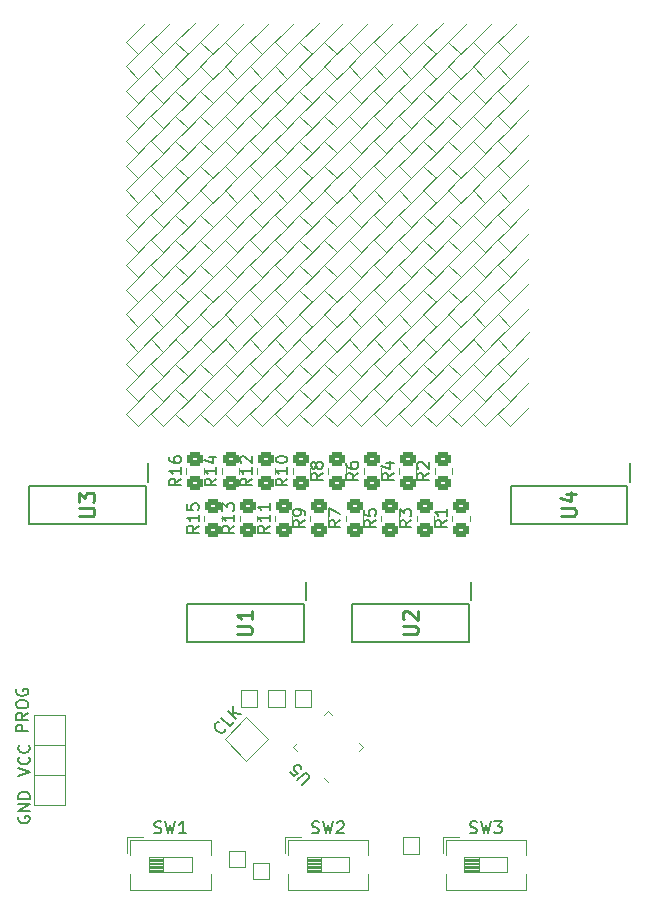
<source format=gbr>
%TF.GenerationSoftware,KiCad,Pcbnew,(6.0.5)*%
%TF.CreationDate,2022-08-28T18:04:00-07:00*%
%TF.ProjectId,PCBbuscard,50434262-7573-4636-9172-642e6b696361,rev?*%
%TF.SameCoordinates,Original*%
%TF.FileFunction,Legend,Top*%
%TF.FilePolarity,Positive*%
%FSLAX46Y46*%
G04 Gerber Fmt 4.6, Leading zero omitted, Abs format (unit mm)*
G04 Created by KiCad (PCBNEW (6.0.5)) date 2022-08-28 18:04:00*
%MOMM*%
%LPD*%
G01*
G04 APERTURE LIST*
G04 Aperture macros list*
%AMRoundRect*
0 Rectangle with rounded corners*
0 $1 Rounding radius*
0 $2 $3 $4 $5 $6 $7 $8 $9 X,Y pos of 4 corners*
0 Add a 4 corners polygon primitive as box body*
4,1,4,$2,$3,$4,$5,$6,$7,$8,$9,$2,$3,0*
0 Add four circle primitives for the rounded corners*
1,1,$1+$1,$2,$3*
1,1,$1+$1,$4,$5*
1,1,$1+$1,$6,$7*
1,1,$1+$1,$8,$9*
0 Add four rect primitives between the rounded corners*
20,1,$1+$1,$2,$3,$4,$5,0*
20,1,$1+$1,$4,$5,$6,$7,0*
20,1,$1+$1,$6,$7,$8,$9,0*
20,1,$1+$1,$8,$9,$2,$3,0*%
%AMRotRect*
0 Rectangle, with rotation*
0 The origin of the aperture is its center*
0 $1 length*
0 $2 width*
0 $3 Rotation angle, in degrees counterclockwise*
0 Add horizontal line*
21,1,$1,$2,0,0,$3*%
G04 Aperture macros list end*
%ADD10C,0.254000*%
%ADD11C,0.150000*%
%ADD12C,0.200000*%
%ADD13C,0.120000*%
%ADD14R,0.700000X1.550000*%
%ADD15C,2.200000*%
%ADD16RoundRect,0.218750X0.026517X-0.335876X0.335876X-0.026517X-0.026517X0.335876X-0.335876X0.026517X0*%
%ADD17RoundRect,0.250000X0.450000X-0.350000X0.450000X0.350000X-0.450000X0.350000X-0.450000X-0.350000X0*%
%ADD18R,1.000000X1.000000*%
%ADD19R,2.160000X1.120000*%
%ADD20RoundRect,0.062500X0.291682X-0.203293X-0.203293X0.291682X-0.291682X0.203293X0.203293X-0.291682X0*%
%ADD21RoundRect,0.062500X0.291682X0.203293X0.203293X0.291682X-0.291682X-0.203293X-0.203293X-0.291682X0*%
%ADD22RotRect,2.600000X2.600000X135.000000*%
G04 APERTURE END LIST*
D10*
%TO.C,U4*%
X180304523Y-87327619D02*
X181332619Y-87327619D01*
X181453571Y-87267142D01*
X181514047Y-87206666D01*
X181574523Y-87085714D01*
X181574523Y-86843809D01*
X181514047Y-86722857D01*
X181453571Y-86662380D01*
X181332619Y-86601904D01*
X180304523Y-86601904D01*
X180727857Y-85452857D02*
X181574523Y-85452857D01*
X180244047Y-85755238D02*
X181151190Y-86057619D01*
X181151190Y-85271428D01*
%TO.C,U3*%
X139554523Y-87327619D02*
X140582619Y-87327619D01*
X140703571Y-87267142D01*
X140764047Y-87206666D01*
X140824523Y-87085714D01*
X140824523Y-86843809D01*
X140764047Y-86722857D01*
X140703571Y-86662380D01*
X140582619Y-86601904D01*
X139554523Y-86601904D01*
X139554523Y-86118095D02*
X139554523Y-85331904D01*
X140038333Y-85755238D01*
X140038333Y-85573809D01*
X140098809Y-85452857D01*
X140159285Y-85392380D01*
X140280238Y-85331904D01*
X140582619Y-85331904D01*
X140703571Y-85392380D01*
X140764047Y-85452857D01*
X140824523Y-85573809D01*
X140824523Y-85936666D01*
X140764047Y-86057619D01*
X140703571Y-86118095D01*
%TO.C,U2*%
X166902223Y-97327619D02*
X167930319Y-97327619D01*
X168051271Y-97267142D01*
X168111747Y-97206666D01*
X168172223Y-97085714D01*
X168172223Y-96843809D01*
X168111747Y-96722857D01*
X168051271Y-96662380D01*
X167930319Y-96601904D01*
X166902223Y-96601904D01*
X167023176Y-96057619D02*
X166962700Y-95997142D01*
X166902223Y-95876190D01*
X166902223Y-95573809D01*
X166962700Y-95452857D01*
X167023176Y-95392380D01*
X167144128Y-95331904D01*
X167265080Y-95331904D01*
X167446509Y-95392380D01*
X168172223Y-96118095D01*
X168172223Y-95331904D01*
%TO.C,U1*%
X152902223Y-97327619D02*
X153930319Y-97327619D01*
X154051271Y-97267142D01*
X154111747Y-97206666D01*
X154172223Y-97085714D01*
X154172223Y-96843809D01*
X154111747Y-96722857D01*
X154051271Y-96662380D01*
X153930319Y-96601904D01*
X152902223Y-96601904D01*
X154172223Y-95331904D02*
X154172223Y-96057619D01*
X154172223Y-95694761D02*
X152902223Y-95694761D01*
X153083652Y-95815714D01*
X153204604Y-95936666D01*
X153265080Y-96057619D01*
D11*
%TO.C,CLK*%
X151901441Y-105321435D02*
X151901441Y-105388778D01*
X151834097Y-105523465D01*
X151766754Y-105590809D01*
X151632067Y-105658152D01*
X151497380Y-105658152D01*
X151396364Y-105624480D01*
X151228006Y-105523465D01*
X151126990Y-105422450D01*
X151025975Y-105254091D01*
X150992303Y-105153076D01*
X150992303Y-105018389D01*
X151059647Y-104883702D01*
X151126990Y-104816358D01*
X151261677Y-104749015D01*
X151329021Y-104749015D01*
X152608548Y-104749015D02*
X152271830Y-105085732D01*
X151564723Y-104378625D01*
X152844250Y-104513312D02*
X152137143Y-103806206D01*
X153248311Y-104109251D02*
X152541204Y-104008236D01*
X152541204Y-103402145D02*
X152541204Y-104210267D01*
%TO.C,R2*%
X169150080Y-83666666D02*
X168673890Y-84000000D01*
X169150080Y-84238095D02*
X168150080Y-84238095D01*
X168150080Y-83857142D01*
X168197700Y-83761904D01*
X168245319Y-83714285D01*
X168340557Y-83666666D01*
X168483414Y-83666666D01*
X168578652Y-83714285D01*
X168626271Y-83761904D01*
X168673890Y-83857142D01*
X168673890Y-84238095D01*
X168245319Y-83285714D02*
X168197700Y-83238095D01*
X168150080Y-83142857D01*
X168150080Y-82904761D01*
X168197700Y-82809523D01*
X168245319Y-82761904D01*
X168340557Y-82714285D01*
X168435795Y-82714285D01*
X168578652Y-82761904D01*
X169150080Y-83333333D01*
X169150080Y-82714285D01*
%TO.C,R6*%
X163150080Y-83666666D02*
X162673890Y-84000000D01*
X163150080Y-84238095D02*
X162150080Y-84238095D01*
X162150080Y-83857142D01*
X162197700Y-83761904D01*
X162245319Y-83714285D01*
X162340557Y-83666666D01*
X162483414Y-83666666D01*
X162578652Y-83714285D01*
X162626271Y-83761904D01*
X162673890Y-83857142D01*
X162673890Y-84238095D01*
X162150080Y-82809523D02*
X162150080Y-83000000D01*
X162197700Y-83095238D01*
X162245319Y-83142857D01*
X162388176Y-83238095D01*
X162578652Y-83285714D01*
X162959604Y-83285714D01*
X163054842Y-83238095D01*
X163102461Y-83190476D01*
X163150080Y-83095238D01*
X163150080Y-82904761D01*
X163102461Y-82809523D01*
X163054842Y-82761904D01*
X162959604Y-82714285D01*
X162721509Y-82714285D01*
X162626271Y-82761904D01*
X162578652Y-82809523D01*
X162531033Y-82904761D01*
X162531033Y-83095238D01*
X162578652Y-83190476D01*
X162626271Y-83238095D01*
X162721509Y-83285714D01*
%TO.C,R3*%
X167650080Y-87666666D02*
X167173890Y-88000000D01*
X167650080Y-88238095D02*
X166650080Y-88238095D01*
X166650080Y-87857142D01*
X166697700Y-87761904D01*
X166745319Y-87714285D01*
X166840557Y-87666666D01*
X166983414Y-87666666D01*
X167078652Y-87714285D01*
X167126271Y-87761904D01*
X167173890Y-87857142D01*
X167173890Y-88238095D01*
X166650080Y-87333333D02*
X166650080Y-86714285D01*
X167031033Y-87047619D01*
X167031033Y-86904761D01*
X167078652Y-86809523D01*
X167126271Y-86761904D01*
X167221509Y-86714285D01*
X167459604Y-86714285D01*
X167554842Y-86761904D01*
X167602461Y-86809523D01*
X167650080Y-86904761D01*
X167650080Y-87190476D01*
X167602461Y-87285714D01*
X167554842Y-87333333D01*
%TO.C,GND*%
X134400000Y-112761904D02*
X134352380Y-112857142D01*
X134352380Y-113000000D01*
X134400000Y-113142857D01*
X134495238Y-113238095D01*
X134590476Y-113285714D01*
X134780952Y-113333333D01*
X134923809Y-113333333D01*
X135114285Y-113285714D01*
X135209523Y-113238095D01*
X135304761Y-113142857D01*
X135352380Y-113000000D01*
X135352380Y-112904761D01*
X135304761Y-112761904D01*
X135257142Y-112714285D01*
X134923809Y-112714285D01*
X134923809Y-112904761D01*
X135352380Y-112285714D02*
X134352380Y-112285714D01*
X135352380Y-111714285D01*
X134352380Y-111714285D01*
X135352380Y-111238095D02*
X134352380Y-111238095D01*
X134352380Y-111000000D01*
X134400000Y-110857142D01*
X134495238Y-110761904D01*
X134590476Y-110714285D01*
X134780952Y-110666666D01*
X134923809Y-110666666D01*
X135114285Y-110714285D01*
X135209523Y-110761904D01*
X135304761Y-110857142D01*
X135352380Y-111000000D01*
X135352380Y-111238095D01*
%TO.C,R5*%
X164650080Y-87666666D02*
X164173890Y-88000000D01*
X164650080Y-88238095D02*
X163650080Y-88238095D01*
X163650080Y-87857142D01*
X163697700Y-87761904D01*
X163745319Y-87714285D01*
X163840557Y-87666666D01*
X163983414Y-87666666D01*
X164078652Y-87714285D01*
X164126271Y-87761904D01*
X164173890Y-87857142D01*
X164173890Y-88238095D01*
X163650080Y-86761904D02*
X163650080Y-87238095D01*
X164126271Y-87285714D01*
X164078652Y-87238095D01*
X164031033Y-87142857D01*
X164031033Y-86904761D01*
X164078652Y-86809523D01*
X164126271Y-86761904D01*
X164221509Y-86714285D01*
X164459604Y-86714285D01*
X164554842Y-86761904D01*
X164602461Y-86809523D01*
X164650080Y-86904761D01*
X164650080Y-87142857D01*
X164602461Y-87238095D01*
X164554842Y-87285714D01*
%TO.C,SW3*%
X172625666Y-114119719D02*
X172768523Y-114167338D01*
X173006619Y-114167338D01*
X173101857Y-114119719D01*
X173149476Y-114072100D01*
X173197095Y-113976862D01*
X173197095Y-113881624D01*
X173149476Y-113786386D01*
X173101857Y-113738767D01*
X173006619Y-113691148D01*
X172816142Y-113643529D01*
X172720904Y-113595910D01*
X172673285Y-113548291D01*
X172625666Y-113453053D01*
X172625666Y-113357815D01*
X172673285Y-113262577D01*
X172720904Y-113214958D01*
X172816142Y-113167338D01*
X173054238Y-113167338D01*
X173197095Y-113214958D01*
X173530428Y-113167338D02*
X173768523Y-114167338D01*
X173959000Y-113453053D01*
X174149476Y-114167338D01*
X174387571Y-113167338D01*
X174673285Y-113167338D02*
X175292333Y-113167338D01*
X174959000Y-113548291D01*
X175101857Y-113548291D01*
X175197095Y-113595910D01*
X175244714Y-113643529D01*
X175292333Y-113738767D01*
X175292333Y-113976862D01*
X175244714Y-114072100D01*
X175197095Y-114119719D01*
X175101857Y-114167338D01*
X174816142Y-114167338D01*
X174720904Y-114119719D01*
X174673285Y-114072100D01*
%TO.C,R15*%
X149650080Y-88142857D02*
X149173890Y-88476190D01*
X149650080Y-88714285D02*
X148650080Y-88714285D01*
X148650080Y-88333333D01*
X148697700Y-88238095D01*
X148745319Y-88190476D01*
X148840557Y-88142857D01*
X148983414Y-88142857D01*
X149078652Y-88190476D01*
X149126271Y-88238095D01*
X149173890Y-88333333D01*
X149173890Y-88714285D01*
X149650080Y-87190476D02*
X149650080Y-87761904D01*
X149650080Y-87476190D02*
X148650080Y-87476190D01*
X148792938Y-87571428D01*
X148888176Y-87666666D01*
X148935795Y-87761904D01*
X148650080Y-86285714D02*
X148650080Y-86761904D01*
X149126271Y-86809523D01*
X149078652Y-86761904D01*
X149031033Y-86666666D01*
X149031033Y-86428571D01*
X149078652Y-86333333D01*
X149126271Y-86285714D01*
X149221509Y-86238095D01*
X149459604Y-86238095D01*
X149554842Y-86285714D01*
X149602461Y-86333333D01*
X149650080Y-86428571D01*
X149650080Y-86666666D01*
X149602461Y-86761904D01*
X149554842Y-86809523D01*
%TO.C,R13*%
X152650080Y-88142857D02*
X152173890Y-88476190D01*
X152650080Y-88714285D02*
X151650080Y-88714285D01*
X151650080Y-88333333D01*
X151697700Y-88238095D01*
X151745319Y-88190476D01*
X151840557Y-88142857D01*
X151983414Y-88142857D01*
X152078652Y-88190476D01*
X152126271Y-88238095D01*
X152173890Y-88333333D01*
X152173890Y-88714285D01*
X152650080Y-87190476D02*
X152650080Y-87761904D01*
X152650080Y-87476190D02*
X151650080Y-87476190D01*
X151792938Y-87571428D01*
X151888176Y-87666666D01*
X151935795Y-87761904D01*
X151650080Y-86857142D02*
X151650080Y-86238095D01*
X152031033Y-86571428D01*
X152031033Y-86428571D01*
X152078652Y-86333333D01*
X152126271Y-86285714D01*
X152221509Y-86238095D01*
X152459604Y-86238095D01*
X152554842Y-86285714D01*
X152602461Y-86333333D01*
X152650080Y-86428571D01*
X152650080Y-86714285D01*
X152602461Y-86809523D01*
X152554842Y-86857142D01*
%TO.C,R4*%
X166150080Y-83666666D02*
X165673890Y-84000000D01*
X166150080Y-84238095D02*
X165150080Y-84238095D01*
X165150080Y-83857142D01*
X165197700Y-83761904D01*
X165245319Y-83714285D01*
X165340557Y-83666666D01*
X165483414Y-83666666D01*
X165578652Y-83714285D01*
X165626271Y-83761904D01*
X165673890Y-83857142D01*
X165673890Y-84238095D01*
X165483414Y-82809523D02*
X166150080Y-82809523D01*
X165102461Y-83047619D02*
X165816747Y-83285714D01*
X165816747Y-82666666D01*
%TO.C,R1*%
X170650080Y-87666666D02*
X170173890Y-88000000D01*
X170650080Y-88238095D02*
X169650080Y-88238095D01*
X169650080Y-87857142D01*
X169697700Y-87761904D01*
X169745319Y-87714285D01*
X169840557Y-87666666D01*
X169983414Y-87666666D01*
X170078652Y-87714285D01*
X170126271Y-87761904D01*
X170173890Y-87857142D01*
X170173890Y-88238095D01*
X170650080Y-86714285D02*
X170650080Y-87285714D01*
X170650080Y-87000000D02*
X169650080Y-87000000D01*
X169792938Y-87095238D01*
X169888176Y-87190476D01*
X169935795Y-87285714D01*
%TO.C,VCC*%
X134352380Y-109293333D02*
X135352380Y-108960000D01*
X134352380Y-108626666D01*
X135257142Y-107721904D02*
X135304761Y-107769523D01*
X135352380Y-107912380D01*
X135352380Y-108007619D01*
X135304761Y-108150476D01*
X135209523Y-108245714D01*
X135114285Y-108293333D01*
X134923809Y-108340952D01*
X134780952Y-108340952D01*
X134590476Y-108293333D01*
X134495238Y-108245714D01*
X134400000Y-108150476D01*
X134352380Y-108007619D01*
X134352380Y-107912380D01*
X134400000Y-107769523D01*
X134447619Y-107721904D01*
X135257142Y-106721904D02*
X135304761Y-106769523D01*
X135352380Y-106912380D01*
X135352380Y-107007619D01*
X135304761Y-107150476D01*
X135209523Y-107245714D01*
X135114285Y-107293333D01*
X134923809Y-107340952D01*
X134780952Y-107340952D01*
X134590476Y-107293333D01*
X134495238Y-107245714D01*
X134400000Y-107150476D01*
X134352380Y-107007619D01*
X134352380Y-106912380D01*
X134400000Y-106769523D01*
X134447619Y-106721904D01*
%TO.C,R12*%
X154150080Y-84142857D02*
X153673890Y-84476190D01*
X154150080Y-84714285D02*
X153150080Y-84714285D01*
X153150080Y-84333333D01*
X153197700Y-84238095D01*
X153245319Y-84190476D01*
X153340557Y-84142857D01*
X153483414Y-84142857D01*
X153578652Y-84190476D01*
X153626271Y-84238095D01*
X153673890Y-84333333D01*
X153673890Y-84714285D01*
X154150080Y-83190476D02*
X154150080Y-83761904D01*
X154150080Y-83476190D02*
X153150080Y-83476190D01*
X153292938Y-83571428D01*
X153388176Y-83666666D01*
X153435795Y-83761904D01*
X153245319Y-82809523D02*
X153197700Y-82761904D01*
X153150080Y-82666666D01*
X153150080Y-82428571D01*
X153197700Y-82333333D01*
X153245319Y-82285714D01*
X153340557Y-82238095D01*
X153435795Y-82238095D01*
X153578652Y-82285714D01*
X154150080Y-82857142D01*
X154150080Y-82238095D01*
%TO.C,R14*%
X151150080Y-84142857D02*
X150673890Y-84476190D01*
X151150080Y-84714285D02*
X150150080Y-84714285D01*
X150150080Y-84333333D01*
X150197700Y-84238095D01*
X150245319Y-84190476D01*
X150340557Y-84142857D01*
X150483414Y-84142857D01*
X150578652Y-84190476D01*
X150626271Y-84238095D01*
X150673890Y-84333333D01*
X150673890Y-84714285D01*
X151150080Y-83190476D02*
X151150080Y-83761904D01*
X151150080Y-83476190D02*
X150150080Y-83476190D01*
X150292938Y-83571428D01*
X150388176Y-83666666D01*
X150435795Y-83761904D01*
X150483414Y-82333333D02*
X151150080Y-82333333D01*
X150102461Y-82571428D02*
X150816747Y-82809523D01*
X150816747Y-82190476D01*
%TO.C,SW1*%
X145903066Y-114119719D02*
X146045923Y-114167338D01*
X146284019Y-114167338D01*
X146379257Y-114119719D01*
X146426876Y-114072100D01*
X146474495Y-113976862D01*
X146474495Y-113881624D01*
X146426876Y-113786386D01*
X146379257Y-113738767D01*
X146284019Y-113691148D01*
X146093542Y-113643529D01*
X145998304Y-113595910D01*
X145950685Y-113548291D01*
X145903066Y-113453053D01*
X145903066Y-113357815D01*
X145950685Y-113262577D01*
X145998304Y-113214958D01*
X146093542Y-113167338D01*
X146331638Y-113167338D01*
X146474495Y-113214958D01*
X146807828Y-113167338D02*
X147045923Y-114167338D01*
X147236400Y-113453053D01*
X147426876Y-114167338D01*
X147664971Y-113167338D01*
X148569733Y-114167338D02*
X147998304Y-114167338D01*
X148284019Y-114167338D02*
X148284019Y-113167338D01*
X148188780Y-113310196D01*
X148093542Y-113405434D01*
X147998304Y-113453053D01*
%TO.C,R11*%
X155650080Y-88142857D02*
X155173890Y-88476190D01*
X155650080Y-88714285D02*
X154650080Y-88714285D01*
X154650080Y-88333333D01*
X154697700Y-88238095D01*
X154745319Y-88190476D01*
X154840557Y-88142857D01*
X154983414Y-88142857D01*
X155078652Y-88190476D01*
X155126271Y-88238095D01*
X155173890Y-88333333D01*
X155173890Y-88714285D01*
X155650080Y-87190476D02*
X155650080Y-87761904D01*
X155650080Y-87476190D02*
X154650080Y-87476190D01*
X154792938Y-87571428D01*
X154888176Y-87666666D01*
X154935795Y-87761904D01*
X155650080Y-86238095D02*
X155650080Y-86809523D01*
X155650080Y-86523809D02*
X154650080Y-86523809D01*
X154792938Y-86619047D01*
X154888176Y-86714285D01*
X154935795Y-86809523D01*
%TO.C,SW2*%
X159264366Y-114119719D02*
X159407223Y-114167338D01*
X159645319Y-114167338D01*
X159740557Y-114119719D01*
X159788176Y-114072100D01*
X159835795Y-113976862D01*
X159835795Y-113881624D01*
X159788176Y-113786386D01*
X159740557Y-113738767D01*
X159645319Y-113691148D01*
X159454842Y-113643529D01*
X159359604Y-113595910D01*
X159311985Y-113548291D01*
X159264366Y-113453053D01*
X159264366Y-113357815D01*
X159311985Y-113262577D01*
X159359604Y-113214958D01*
X159454842Y-113167338D01*
X159692938Y-113167338D01*
X159835795Y-113214958D01*
X160169128Y-113167338D02*
X160407223Y-114167338D01*
X160597700Y-113453053D01*
X160788176Y-114167338D01*
X161026271Y-113167338D01*
X161359604Y-113262577D02*
X161407223Y-113214958D01*
X161502461Y-113167338D01*
X161740557Y-113167338D01*
X161835795Y-113214958D01*
X161883414Y-113262577D01*
X161931033Y-113357815D01*
X161931033Y-113453053D01*
X161883414Y-113595910D01*
X161311985Y-114167338D01*
X161931033Y-114167338D01*
%TO.C,R9*%
X158650080Y-87666666D02*
X158173890Y-88000000D01*
X158650080Y-88238095D02*
X157650080Y-88238095D01*
X157650080Y-87857142D01*
X157697700Y-87761904D01*
X157745319Y-87714285D01*
X157840557Y-87666666D01*
X157983414Y-87666666D01*
X158078652Y-87714285D01*
X158126271Y-87761904D01*
X158173890Y-87857142D01*
X158173890Y-88238095D01*
X158650080Y-87190476D02*
X158650080Y-87000000D01*
X158602461Y-86904761D01*
X158554842Y-86857142D01*
X158411985Y-86761904D01*
X158221509Y-86714285D01*
X157840557Y-86714285D01*
X157745319Y-86761904D01*
X157697700Y-86809523D01*
X157650080Y-86904761D01*
X157650080Y-87095238D01*
X157697700Y-87190476D01*
X157745319Y-87238095D01*
X157840557Y-87285714D01*
X158078652Y-87285714D01*
X158173890Y-87238095D01*
X158221509Y-87190476D01*
X158269128Y-87095238D01*
X158269128Y-86904761D01*
X158221509Y-86809523D01*
X158173890Y-86761904D01*
X158078652Y-86714285D01*
%TO.C,R10*%
X157150080Y-84142857D02*
X156673890Y-84476190D01*
X157150080Y-84714285D02*
X156150080Y-84714285D01*
X156150080Y-84333333D01*
X156197700Y-84238095D01*
X156245319Y-84190476D01*
X156340557Y-84142857D01*
X156483414Y-84142857D01*
X156578652Y-84190476D01*
X156626271Y-84238095D01*
X156673890Y-84333333D01*
X156673890Y-84714285D01*
X157150080Y-83190476D02*
X157150080Y-83761904D01*
X157150080Y-83476190D02*
X156150080Y-83476190D01*
X156292938Y-83571428D01*
X156388176Y-83666666D01*
X156435795Y-83761904D01*
X156150080Y-82571428D02*
X156150080Y-82476190D01*
X156197700Y-82380952D01*
X156245319Y-82333333D01*
X156340557Y-82285714D01*
X156531033Y-82238095D01*
X156769128Y-82238095D01*
X156959604Y-82285714D01*
X157054842Y-82333333D01*
X157102461Y-82380952D01*
X157150080Y-82476190D01*
X157150080Y-82571428D01*
X157102461Y-82666666D01*
X157054842Y-82714285D01*
X156959604Y-82761904D01*
X156769128Y-82809523D01*
X156531033Y-82809523D01*
X156340557Y-82761904D01*
X156245319Y-82714285D01*
X156197700Y-82666666D01*
X156150080Y-82571428D01*
%TO.C,U5*%
X158415770Y-110084383D02*
X158988190Y-109511963D01*
X159021862Y-109410948D01*
X159021862Y-109343604D01*
X158988190Y-109242589D01*
X158853503Y-109107902D01*
X158752488Y-109074230D01*
X158685144Y-109074230D01*
X158584129Y-109107902D01*
X158011709Y-109680322D01*
X157338274Y-109006887D02*
X157674992Y-109343604D01*
X158045381Y-109040558D01*
X157978038Y-109040558D01*
X157877022Y-109006887D01*
X157708664Y-108838528D01*
X157674992Y-108737513D01*
X157674992Y-108670169D01*
X157708664Y-108569154D01*
X157877022Y-108400795D01*
X157978038Y-108367123D01*
X158045381Y-108367123D01*
X158146396Y-108400795D01*
X158314755Y-108569154D01*
X158348427Y-108670169D01*
X158348427Y-108737513D01*
%TO.C,PROG*%
X135202380Y-105535714D02*
X134202380Y-105535714D01*
X134202380Y-105154761D01*
X134250000Y-105059523D01*
X134297619Y-105011904D01*
X134392857Y-104964285D01*
X134535714Y-104964285D01*
X134630952Y-105011904D01*
X134678571Y-105059523D01*
X134726190Y-105154761D01*
X134726190Y-105535714D01*
X135202380Y-103964285D02*
X134726190Y-104297619D01*
X135202380Y-104535714D02*
X134202380Y-104535714D01*
X134202380Y-104154761D01*
X134250000Y-104059523D01*
X134297619Y-104011904D01*
X134392857Y-103964285D01*
X134535714Y-103964285D01*
X134630952Y-104011904D01*
X134678571Y-104059523D01*
X134726190Y-104154761D01*
X134726190Y-104535714D01*
X134202380Y-103345238D02*
X134202380Y-103154761D01*
X134250000Y-103059523D01*
X134345238Y-102964285D01*
X134535714Y-102916666D01*
X134869047Y-102916666D01*
X135059523Y-102964285D01*
X135154761Y-103059523D01*
X135202380Y-103154761D01*
X135202380Y-103345238D01*
X135154761Y-103440476D01*
X135059523Y-103535714D01*
X134869047Y-103583333D01*
X134535714Y-103583333D01*
X134345238Y-103535714D01*
X134250000Y-103440476D01*
X134202380Y-103345238D01*
X134250000Y-101964285D02*
X134202380Y-102059523D01*
X134202380Y-102202380D01*
X134250000Y-102345238D01*
X134345238Y-102440476D01*
X134440476Y-102488095D01*
X134630952Y-102535714D01*
X134773809Y-102535714D01*
X134964285Y-102488095D01*
X135059523Y-102440476D01*
X135154761Y-102345238D01*
X135202380Y-102202380D01*
X135202380Y-102107142D01*
X135154761Y-101964285D01*
X135107142Y-101916666D01*
X134773809Y-101916666D01*
X134773809Y-102107142D01*
%TO.C,R16*%
X148150080Y-84142857D02*
X147673890Y-84476190D01*
X148150080Y-84714285D02*
X147150080Y-84714285D01*
X147150080Y-84333333D01*
X147197700Y-84238095D01*
X147245319Y-84190476D01*
X147340557Y-84142857D01*
X147483414Y-84142857D01*
X147578652Y-84190476D01*
X147626271Y-84238095D01*
X147673890Y-84333333D01*
X147673890Y-84714285D01*
X148150080Y-83190476D02*
X148150080Y-83761904D01*
X148150080Y-83476190D02*
X147150080Y-83476190D01*
X147292938Y-83571428D01*
X147388176Y-83666666D01*
X147435795Y-83761904D01*
X147150080Y-82333333D02*
X147150080Y-82523809D01*
X147197700Y-82619047D01*
X147245319Y-82666666D01*
X147388176Y-82761904D01*
X147578652Y-82809523D01*
X147959604Y-82809523D01*
X148054842Y-82761904D01*
X148102461Y-82714285D01*
X148150080Y-82619047D01*
X148150080Y-82428571D01*
X148102461Y-82333333D01*
X148054842Y-82285714D01*
X147959604Y-82238095D01*
X147721509Y-82238095D01*
X147626271Y-82285714D01*
X147578652Y-82333333D01*
X147531033Y-82428571D01*
X147531033Y-82619047D01*
X147578652Y-82714285D01*
X147626271Y-82761904D01*
X147721509Y-82809523D01*
%TO.C,R7*%
X161650080Y-87666666D02*
X161173890Y-88000000D01*
X161650080Y-88238095D02*
X160650080Y-88238095D01*
X160650080Y-87857142D01*
X160697700Y-87761904D01*
X160745319Y-87714285D01*
X160840557Y-87666666D01*
X160983414Y-87666666D01*
X161078652Y-87714285D01*
X161126271Y-87761904D01*
X161173890Y-87857142D01*
X161173890Y-88238095D01*
X160650080Y-87333333D02*
X160650080Y-86666666D01*
X161650080Y-87095238D01*
%TO.C,R8*%
X160150080Y-83666666D02*
X159673890Y-84000000D01*
X160150080Y-84238095D02*
X159150080Y-84238095D01*
X159150080Y-83857142D01*
X159197700Y-83761904D01*
X159245319Y-83714285D01*
X159340557Y-83666666D01*
X159483414Y-83666666D01*
X159578652Y-83714285D01*
X159626271Y-83761904D01*
X159673890Y-83857142D01*
X159673890Y-84238095D01*
X159578652Y-83095238D02*
X159531033Y-83190476D01*
X159483414Y-83238095D01*
X159388176Y-83285714D01*
X159340557Y-83285714D01*
X159245319Y-83238095D01*
X159197700Y-83190476D01*
X159150080Y-83095238D01*
X159150080Y-82904761D01*
X159197700Y-82809523D01*
X159245319Y-82761904D01*
X159340557Y-82714285D01*
X159388176Y-82714285D01*
X159483414Y-82761904D01*
X159531033Y-82809523D01*
X159578652Y-82904761D01*
X159578652Y-83095238D01*
X159626271Y-83190476D01*
X159673890Y-83238095D01*
X159769128Y-83285714D01*
X159959604Y-83285714D01*
X160054842Y-83238095D01*
X160102461Y-83190476D01*
X160150080Y-83095238D01*
X160150080Y-82904761D01*
X160102461Y-82809523D01*
X160054842Y-82761904D01*
X159959604Y-82714285D01*
X159769128Y-82714285D01*
X159673890Y-82761904D01*
X159626271Y-82809523D01*
X159578652Y-82904761D01*
D12*
%TO.C,U4*%
X185950000Y-84760000D02*
X185950000Y-87960000D01*
X185950000Y-87960000D02*
X176050000Y-87960000D01*
X176050000Y-87960000D02*
X176050000Y-84760000D01*
X176050000Y-84760000D02*
X185950000Y-84760000D01*
X186145000Y-82860000D02*
X186145000Y-84410000D01*
%TO.C,U3*%
X145200000Y-84760000D02*
X145200000Y-87960000D01*
X145200000Y-87960000D02*
X135300000Y-87960000D01*
X135300000Y-87960000D02*
X135300000Y-84760000D01*
X135300000Y-84760000D02*
X145200000Y-84760000D01*
X145395000Y-82860000D02*
X145395000Y-84410000D01*
%TO.C,U2*%
X172547700Y-94760000D02*
X172547700Y-97960000D01*
X172547700Y-97960000D02*
X162647700Y-97960000D01*
X162647700Y-97960000D02*
X162647700Y-94760000D01*
X162647700Y-94760000D02*
X172547700Y-94760000D01*
X172742700Y-92860000D02*
X172742700Y-94410000D01*
%TO.C,U1*%
X158547700Y-94760000D02*
X158547700Y-97960000D01*
X158547700Y-97960000D02*
X148647700Y-97960000D01*
X148647700Y-97960000D02*
X148647700Y-94760000D01*
X148647700Y-94760000D02*
X158547700Y-94760000D01*
X158742700Y-92860000D02*
X158742700Y-94410000D01*
D13*
%TO.C,CLK*%
X151831522Y-106172000D02*
X153670000Y-108010478D01*
X151831522Y-106172000D02*
X153670000Y-104333522D01*
X153670000Y-104333522D02*
X155508478Y-106172000D01*
X155508478Y-106172000D02*
X153670000Y-108010478D01*
%TO.C,D190*%
X172395693Y-68623221D02*
X170779954Y-70238960D01*
X171819401Y-71278407D02*
X173435140Y-69662668D01*
X170779954Y-70238960D02*
X171819401Y-71278407D01*
%TO.C,R2*%
X169612700Y-83727064D02*
X169612700Y-83272936D01*
X171082700Y-83727064D02*
X171082700Y-83272936D01*
%TO.C,D7*%
X157695693Y-45523221D02*
X156079954Y-47138960D01*
X156079954Y-47138960D02*
X157119401Y-48178407D01*
X157119401Y-48178407D02*
X158735140Y-46562668D01*
%TO.C,D32*%
X174979954Y-49238960D02*
X176019401Y-50278407D01*
X176019401Y-50278407D02*
X177635140Y-48662668D01*
X176595693Y-47623221D02*
X174979954Y-49238960D01*
%TO.C,D69*%
X151879954Y-55538960D02*
X152919401Y-56578407D01*
X153495693Y-53923221D02*
X151879954Y-55538960D01*
X152919401Y-56578407D02*
X154535140Y-54962668D01*
%TO.C,D36*%
X150819401Y-52378407D02*
X152435140Y-50762668D01*
X151395693Y-49723221D02*
X149779954Y-51338960D01*
X149779954Y-51338960D02*
X150819401Y-52378407D01*
%TO.C,D129*%
X145095693Y-62323221D02*
X143479954Y-63938960D01*
X143479954Y-63938960D02*
X144519401Y-64978407D01*
X144519401Y-64978407D02*
X146135140Y-63362668D01*
%TO.C,D155*%
X166095693Y-64423221D02*
X164479954Y-66038960D01*
X165519401Y-67078407D02*
X167135140Y-65462668D01*
X164479954Y-66038960D02*
X165519401Y-67078407D01*
%TO.C,D132*%
X149779954Y-63938960D02*
X150819401Y-64978407D01*
X151395693Y-62323221D02*
X149779954Y-63938960D01*
X150819401Y-64978407D02*
X152435140Y-63362668D01*
%TO.C,D227*%
X148719401Y-77578407D02*
X150335140Y-75962668D01*
X147679954Y-76538960D02*
X148719401Y-77578407D01*
X149295693Y-74923221D02*
X147679954Y-76538960D01*
%TO.C,D28*%
X166579954Y-49238960D02*
X167619401Y-50278407D01*
X168195693Y-47623221D02*
X166579954Y-49238960D01*
X167619401Y-50278407D02*
X169235140Y-48662668D01*
%TO.C,D58*%
X163419401Y-54478407D02*
X165035140Y-52862668D01*
X163995693Y-51823221D02*
X162379954Y-53438960D01*
X162379954Y-53438960D02*
X163419401Y-54478407D01*
%TO.C,D181*%
X153495693Y-68623221D02*
X151879954Y-70238960D01*
X151879954Y-70238960D02*
X152919401Y-71278407D01*
X152919401Y-71278407D02*
X154535140Y-69662668D01*
%TO.C,D163*%
X147679954Y-68138960D02*
X148719401Y-69178407D01*
X149295693Y-66523221D02*
X147679954Y-68138960D01*
X148719401Y-69178407D02*
X150335140Y-67562668D01*
%TO.C,D204*%
X168195693Y-70723221D02*
X166579954Y-72338960D01*
X166579954Y-72338960D02*
X167619401Y-73378407D01*
X167619401Y-73378407D02*
X169235140Y-71762668D01*
%TO.C,D235*%
X164479954Y-76538960D02*
X165519401Y-77578407D01*
X165519401Y-77578407D02*
X167135140Y-75962668D01*
X166095693Y-74923221D02*
X164479954Y-76538960D01*
%TO.C,D11*%
X165519401Y-48178407D02*
X167135140Y-46562668D01*
X164479954Y-47138960D02*
X165519401Y-48178407D01*
X166095693Y-45523221D02*
X164479954Y-47138960D01*
%TO.C,D164*%
X149779954Y-68138960D02*
X150819401Y-69178407D01*
X150819401Y-69178407D02*
X152435140Y-67562668D01*
X151395693Y-66523221D02*
X149779954Y-68138960D01*
%TO.C,D84*%
X151395693Y-56023221D02*
X149779954Y-57638960D01*
X150819401Y-58678407D02*
X152435140Y-57062668D01*
X149779954Y-57638960D02*
X150819401Y-58678407D01*
%TO.C,D38*%
X155595693Y-49723221D02*
X153979954Y-51338960D01*
X155019401Y-52378407D02*
X156635140Y-50762668D01*
X153979954Y-51338960D02*
X155019401Y-52378407D01*
%TO.C,D225*%
X145095693Y-74923221D02*
X143479954Y-76538960D01*
X143479954Y-76538960D02*
X144519401Y-77578407D01*
X144519401Y-77578407D02*
X146135140Y-75962668D01*
%TO.C,D186*%
X162379954Y-70238960D02*
X163419401Y-71278407D01*
X163995693Y-68623221D02*
X162379954Y-70238960D01*
X163419401Y-71278407D02*
X165035140Y-69662668D01*
%TO.C,D191*%
X172879954Y-70238960D02*
X173919401Y-71278407D01*
X173919401Y-71278407D02*
X175535140Y-69662668D01*
X174495693Y-68623221D02*
X172879954Y-70238960D01*
%TO.C,D1*%
X145095693Y-45523221D02*
X143479954Y-47138960D01*
X144519401Y-48178407D02*
X146135140Y-46562668D01*
X143479954Y-47138960D02*
X144519401Y-48178407D01*
%TO.C,D120*%
X158179954Y-61838960D02*
X159219401Y-62878407D01*
X159219401Y-62878407D02*
X160835140Y-61262668D01*
X159795693Y-60223221D02*
X158179954Y-61838960D01*
%TO.C,D18*%
X147195693Y-47623221D02*
X145579954Y-49238960D01*
X145579954Y-49238960D02*
X146619401Y-50278407D01*
X146619401Y-50278407D02*
X148235140Y-48662668D01*
%TO.C,D184*%
X159219401Y-71278407D02*
X160835140Y-69662668D01*
X158179954Y-70238960D02*
X159219401Y-71278407D01*
X159795693Y-68623221D02*
X158179954Y-70238960D01*
%TO.C,D171*%
X166095693Y-66523221D02*
X164479954Y-68138960D01*
X164479954Y-68138960D02*
X165519401Y-69178407D01*
X165519401Y-69178407D02*
X167135140Y-67562668D01*
%TO.C,D65*%
X143479954Y-55538960D02*
X144519401Y-56578407D01*
X145095693Y-53923221D02*
X143479954Y-55538960D01*
X144519401Y-56578407D02*
X146135140Y-54962668D01*
%TO.C,D26*%
X163995693Y-47623221D02*
X162379954Y-49238960D01*
X162379954Y-49238960D02*
X163419401Y-50278407D01*
X163419401Y-50278407D02*
X165035140Y-48662668D01*
%TO.C,D57*%
X160279954Y-53438960D02*
X161319401Y-54478407D01*
X161319401Y-54478407D02*
X162935140Y-52862668D01*
X161895693Y-51823221D02*
X160279954Y-53438960D01*
%TO.C,D195*%
X149295693Y-70723221D02*
X147679954Y-72338960D01*
X147679954Y-72338960D02*
X148719401Y-73378407D01*
X148719401Y-73378407D02*
X150335140Y-71762668D01*
%TO.C,D97*%
X145095693Y-58123221D02*
X143479954Y-59738960D01*
X144519401Y-60778407D02*
X146135140Y-59162668D01*
X143479954Y-59738960D02*
X144519401Y-60778407D01*
%TO.C,D168*%
X159795693Y-66523221D02*
X158179954Y-68138960D01*
X158179954Y-68138960D02*
X159219401Y-69178407D01*
X159219401Y-69178407D02*
X160835140Y-67562668D01*
%TO.C,D179*%
X148719401Y-71278407D02*
X150335140Y-69662668D01*
X147679954Y-70238960D02*
X148719401Y-71278407D01*
X149295693Y-68623221D02*
X147679954Y-70238960D01*
%TO.C,D72*%
X159795693Y-53923221D02*
X158179954Y-55538960D01*
X158179954Y-55538960D02*
X159219401Y-56578407D01*
X159219401Y-56578407D02*
X160835140Y-54962668D01*
%TO.C,D220*%
X167619401Y-75478407D02*
X169235140Y-73862668D01*
X166579954Y-74438960D02*
X167619401Y-75478407D01*
X168195693Y-72823221D02*
X166579954Y-74438960D01*
%TO.C,D143*%
X172879954Y-63938960D02*
X173919401Y-64978407D01*
X174495693Y-62323221D02*
X172879954Y-63938960D01*
X173919401Y-64978407D02*
X175535140Y-63362668D01*
%TO.C,D8*%
X159219401Y-48178407D02*
X160835140Y-46562668D01*
X158179954Y-47138960D02*
X159219401Y-48178407D01*
X159795693Y-45523221D02*
X158179954Y-47138960D01*
%TO.C,D112*%
X174979954Y-59738960D02*
X176019401Y-60778407D01*
X176019401Y-60778407D02*
X177635140Y-59162668D01*
X176595693Y-58123221D02*
X174979954Y-59738960D01*
%TO.C,D255*%
X172879954Y-78638960D02*
X173919401Y-79678407D01*
X173919401Y-79678407D02*
X175535140Y-78062668D01*
X174495693Y-77023221D02*
X172879954Y-78638960D01*
%TO.C,D252*%
X167619401Y-79678407D02*
X169235140Y-78062668D01*
X166579954Y-78638960D02*
X167619401Y-79678407D01*
X168195693Y-77023221D02*
X166579954Y-78638960D01*
%TO.C,D60*%
X166579954Y-53438960D02*
X167619401Y-54478407D01*
X167619401Y-54478407D02*
X169235140Y-52862668D01*
X168195693Y-51823221D02*
X166579954Y-53438960D01*
%TO.C,D165*%
X152919401Y-69178407D02*
X154535140Y-67562668D01*
X151879954Y-68138960D02*
X152919401Y-69178407D01*
X153495693Y-66523221D02*
X151879954Y-68138960D01*
%TO.C,D148*%
X150819401Y-67078407D02*
X152435140Y-65462668D01*
X149779954Y-66038960D02*
X150819401Y-67078407D01*
X151395693Y-64423221D02*
X149779954Y-66038960D01*
%TO.C,TP6*%
X168340000Y-115900000D02*
X166940000Y-115900000D01*
X166940000Y-115900000D02*
X166940000Y-114500000D01*
X168340000Y-114500000D02*
X168340000Y-115900000D01*
X166940000Y-114500000D02*
X168340000Y-114500000D01*
%TO.C,D35*%
X149295693Y-49723221D02*
X147679954Y-51338960D01*
X148719401Y-52378407D02*
X150335140Y-50762668D01*
X147679954Y-51338960D02*
X148719401Y-52378407D01*
%TO.C,D210*%
X147195693Y-72823221D02*
X145579954Y-74438960D01*
X145579954Y-74438960D02*
X146619401Y-75478407D01*
X146619401Y-75478407D02*
X148235140Y-73862668D01*
%TO.C,D152*%
X159219401Y-67078407D02*
X160835140Y-65462668D01*
X159795693Y-64423221D02*
X158179954Y-66038960D01*
X158179954Y-66038960D02*
X159219401Y-67078407D01*
%TO.C,D105*%
X161319401Y-60778407D02*
X162935140Y-59162668D01*
X161895693Y-58123221D02*
X160279954Y-59738960D01*
X160279954Y-59738960D02*
X161319401Y-60778407D01*
%TO.C,D150*%
X155019401Y-67078407D02*
X156635140Y-65462668D01*
X153979954Y-66038960D02*
X155019401Y-67078407D01*
X155595693Y-64423221D02*
X153979954Y-66038960D01*
%TO.C,D228*%
X150819401Y-77578407D02*
X152435140Y-75962668D01*
X151395693Y-74923221D02*
X149779954Y-76538960D01*
X149779954Y-76538960D02*
X150819401Y-77578407D01*
%TO.C,D238*%
X172395693Y-74923221D02*
X170779954Y-76538960D01*
X170779954Y-76538960D02*
X171819401Y-77578407D01*
X171819401Y-77578407D02*
X173435140Y-75962668D01*
%TO.C,D153*%
X160279954Y-66038960D02*
X161319401Y-67078407D01*
X161895693Y-64423221D02*
X160279954Y-66038960D01*
X161319401Y-67078407D02*
X162935140Y-65462668D01*
%TO.C,D248*%
X158179954Y-78638960D02*
X159219401Y-79678407D01*
X159795693Y-77023221D02*
X158179954Y-78638960D01*
X159219401Y-79678407D02*
X160835140Y-78062668D01*
%TO.C,D200*%
X159795693Y-70723221D02*
X158179954Y-72338960D01*
X158179954Y-72338960D02*
X159219401Y-73378407D01*
X159219401Y-73378407D02*
X160835140Y-71762668D01*
%TO.C,TP7*%
X159196000Y-102050000D02*
X159196000Y-103450000D01*
X157796000Y-103450000D02*
X157796000Y-102050000D01*
X159196000Y-103450000D02*
X157796000Y-103450000D01*
X157796000Y-102050000D02*
X159196000Y-102050000D01*
%TO.C,D250*%
X163995693Y-77023221D02*
X162379954Y-78638960D01*
X163419401Y-79678407D02*
X165035140Y-78062668D01*
X162379954Y-78638960D02*
X163419401Y-79678407D01*
%TO.C,R6*%
X163612700Y-83727064D02*
X163612700Y-83272936D01*
X165082700Y-83727064D02*
X165082700Y-83272936D01*
%TO.C,R3*%
X169582700Y-87727064D02*
X169582700Y-87272936D01*
X168112700Y-87727064D02*
X168112700Y-87272936D01*
%TO.C,D211*%
X148719401Y-75478407D02*
X150335140Y-73862668D01*
X149295693Y-72823221D02*
X147679954Y-74438960D01*
X147679954Y-74438960D02*
X148719401Y-75478407D01*
%TO.C,D182*%
X153979954Y-70238960D02*
X155019401Y-71278407D01*
X155019401Y-71278407D02*
X156635140Y-69662668D01*
X155595693Y-68623221D02*
X153979954Y-70238960D01*
%TO.C,D122*%
X163419401Y-62878407D02*
X165035140Y-61262668D01*
X163995693Y-60223221D02*
X162379954Y-61838960D01*
X162379954Y-61838960D02*
X163419401Y-62878407D01*
%TO.C,D128*%
X174979954Y-61838960D02*
X176019401Y-62878407D01*
X176595693Y-60223221D02*
X174979954Y-61838960D01*
X176019401Y-62878407D02*
X177635140Y-61262668D01*
%TO.C,D202*%
X162379954Y-72338960D02*
X163419401Y-73378407D01*
X163419401Y-73378407D02*
X165035140Y-71762668D01*
X163995693Y-70723221D02*
X162379954Y-72338960D01*
%TO.C,D223*%
X173919401Y-75478407D02*
X175535140Y-73862668D01*
X174495693Y-72823221D02*
X172879954Y-74438960D01*
X172879954Y-74438960D02*
X173919401Y-75478407D01*
%TO.C,D208*%
X176019401Y-73378407D02*
X177635140Y-71762668D01*
X174979954Y-72338960D02*
X176019401Y-73378407D01*
X176595693Y-70723221D02*
X174979954Y-72338960D01*
%TO.C,D6*%
X153979954Y-47138960D02*
X155019401Y-48178407D01*
X155019401Y-48178407D02*
X156635140Y-46562668D01*
X155595693Y-45523221D02*
X153979954Y-47138960D01*
%TO.C,D149*%
X153495693Y-64423221D02*
X151879954Y-66038960D01*
X151879954Y-66038960D02*
X152919401Y-67078407D01*
X152919401Y-67078407D02*
X154535140Y-65462668D01*
%TO.C,D2*%
X146619401Y-48178407D02*
X148235140Y-46562668D01*
X145579954Y-47138960D02*
X146619401Y-48178407D01*
X147195693Y-45523221D02*
X145579954Y-47138960D01*
%TO.C,D118*%
X155595693Y-60223221D02*
X153979954Y-61838960D01*
X153979954Y-61838960D02*
X155019401Y-62878407D01*
X155019401Y-62878407D02*
X156635140Y-61262668D01*
%TO.C,D70*%
X153979954Y-55538960D02*
X155019401Y-56578407D01*
X155019401Y-56578407D02*
X156635140Y-54962668D01*
X155595693Y-53923221D02*
X153979954Y-55538960D01*
%TO.C,D170*%
X163419401Y-69178407D02*
X165035140Y-67562668D01*
X162379954Y-68138960D02*
X163419401Y-69178407D01*
X163995693Y-66523221D02*
X162379954Y-68138960D01*
%TO.C,D131*%
X148719401Y-64978407D02*
X150335140Y-63362668D01*
X149295693Y-62323221D02*
X147679954Y-63938960D01*
X147679954Y-63938960D02*
X148719401Y-64978407D01*
%TO.C,D147*%
X149295693Y-64423221D02*
X147679954Y-66038960D01*
X147679954Y-66038960D02*
X148719401Y-67078407D01*
X148719401Y-67078407D02*
X150335140Y-65462668D01*
%TO.C,D61*%
X170295693Y-51823221D02*
X168679954Y-53438960D01*
X169719401Y-54478407D02*
X171335140Y-52862668D01*
X168679954Y-53438960D02*
X169719401Y-54478407D01*
%TO.C,D175*%
X172879954Y-68138960D02*
X173919401Y-69178407D01*
X174495693Y-66523221D02*
X172879954Y-68138960D01*
X173919401Y-69178407D02*
X175535140Y-67562668D01*
%TO.C,D139*%
X164479954Y-63938960D02*
X165519401Y-64978407D01*
X165519401Y-64978407D02*
X167135140Y-63362668D01*
X166095693Y-62323221D02*
X164479954Y-63938960D01*
%TO.C,D240*%
X176019401Y-77578407D02*
X177635140Y-75962668D01*
X176595693Y-74923221D02*
X174979954Y-76538960D01*
X174979954Y-76538960D02*
X176019401Y-77578407D01*
%TO.C,D127*%
X172879954Y-61838960D02*
X173919401Y-62878407D01*
X174495693Y-60223221D02*
X172879954Y-61838960D01*
X173919401Y-62878407D02*
X175535140Y-61262668D01*
%TO.C,D50*%
X145579954Y-53438960D02*
X146619401Y-54478407D01*
X146619401Y-54478407D02*
X148235140Y-52862668D01*
X147195693Y-51823221D02*
X145579954Y-53438960D01*
%TO.C,GND*%
X135700000Y-109200000D02*
X135700000Y-111800000D01*
X135700000Y-109200000D02*
X138300000Y-109200000D01*
X138300000Y-111800000D02*
X135700000Y-111800000D01*
X138300000Y-109200000D02*
X138300000Y-111800000D01*
%TO.C,D205*%
X170295693Y-70723221D02*
X168679954Y-72338960D01*
X168679954Y-72338960D02*
X169719401Y-73378407D01*
X169719401Y-73378407D02*
X171335140Y-71762668D01*
%TO.C,D154*%
X163995693Y-64423221D02*
X162379954Y-66038960D01*
X162379954Y-66038960D02*
X163419401Y-67078407D01*
X163419401Y-67078407D02*
X165035140Y-65462668D01*
%TO.C,D90*%
X162379954Y-57638960D02*
X163419401Y-58678407D01*
X163995693Y-56023221D02*
X162379954Y-57638960D01*
X163419401Y-58678407D02*
X165035140Y-57062668D01*
%TO.C,D229*%
X153495693Y-74923221D02*
X151879954Y-76538960D01*
X152919401Y-77578407D02*
X154535140Y-75962668D01*
X151879954Y-76538960D02*
X152919401Y-77578407D01*
%TO.C,D16*%
X174979954Y-47138960D02*
X176019401Y-48178407D01*
X176595693Y-45523221D02*
X174979954Y-47138960D01*
X176019401Y-48178407D02*
X177635140Y-46562668D01*
%TO.C,D251*%
X166095693Y-77023221D02*
X164479954Y-78638960D01*
X164479954Y-78638960D02*
X165519401Y-79678407D01*
X165519401Y-79678407D02*
X167135140Y-78062668D01*
%TO.C,D41*%
X160279954Y-51338960D02*
X161319401Y-52378407D01*
X161319401Y-52378407D02*
X162935140Y-50762668D01*
X161895693Y-49723221D02*
X160279954Y-51338960D01*
%TO.C,D124*%
X166579954Y-61838960D02*
X167619401Y-62878407D01*
X167619401Y-62878407D02*
X169235140Y-61262668D01*
X168195693Y-60223221D02*
X166579954Y-61838960D01*
%TO.C,D3*%
X148719401Y-48178407D02*
X150335140Y-46562668D01*
X147679954Y-47138960D02*
X148719401Y-48178407D01*
X149295693Y-45523221D02*
X147679954Y-47138960D01*
%TO.C,D46*%
X170779954Y-51338960D02*
X171819401Y-52378407D01*
X172395693Y-49723221D02*
X170779954Y-51338960D01*
X171819401Y-52378407D02*
X173435140Y-50762668D01*
%TO.C,R5*%
X166582700Y-87727064D02*
X166582700Y-87272936D01*
X165112700Y-87727064D02*
X165112700Y-87272936D01*
%TO.C,D206*%
X171819401Y-73378407D02*
X173435140Y-71762668D01*
X172395693Y-70723221D02*
X170779954Y-72338960D01*
X170779954Y-72338960D02*
X171819401Y-73378407D01*
%TO.C,D162*%
X147195693Y-66523221D02*
X145579954Y-68138960D01*
X146619401Y-69178407D02*
X148235140Y-67562668D01*
X145579954Y-68138960D02*
X146619401Y-69178407D01*
%TO.C,D13*%
X170295693Y-45523221D02*
X168679954Y-47138960D01*
X169719401Y-48178407D02*
X171335140Y-46562668D01*
X168679954Y-47138960D02*
X169719401Y-48178407D01*
%TO.C,D207*%
X172879954Y-72338960D02*
X173919401Y-73378407D01*
X173919401Y-73378407D02*
X175535140Y-71762668D01*
X174495693Y-70723221D02*
X172879954Y-72338960D01*
%TO.C,D233*%
X160279954Y-76538960D02*
X161319401Y-77578407D01*
X161319401Y-77578407D02*
X162935140Y-75962668D01*
X161895693Y-74923221D02*
X160279954Y-76538960D01*
%TO.C,D103*%
X157119401Y-60778407D02*
X158735140Y-59162668D01*
X157695693Y-58123221D02*
X156079954Y-59738960D01*
X156079954Y-59738960D02*
X157119401Y-60778407D01*
%TO.C,D83*%
X148719401Y-58678407D02*
X150335140Y-57062668D01*
X149295693Y-56023221D02*
X147679954Y-57638960D01*
X147679954Y-57638960D02*
X148719401Y-58678407D01*
%TO.C,D29*%
X168679954Y-49238960D02*
X169719401Y-50278407D01*
X170295693Y-47623221D02*
X168679954Y-49238960D01*
X169719401Y-50278407D02*
X171335140Y-48662668D01*
%TO.C,D123*%
X165519401Y-62878407D02*
X167135140Y-61262668D01*
X164479954Y-61838960D02*
X165519401Y-62878407D01*
X166095693Y-60223221D02*
X164479954Y-61838960D01*
%TO.C,SW3*%
X170309000Y-114474958D02*
X171692000Y-114474958D01*
X172149000Y-117269958D02*
X173355667Y-117269958D01*
X170549000Y-118934958D02*
X177369000Y-118934958D01*
X173355667Y-116189958D02*
X173355667Y-117459958D01*
X170549000Y-114714958D02*
X177369000Y-114714958D01*
X175769000Y-116189958D02*
X172149000Y-116189958D01*
X175769000Y-117459958D02*
X175769000Y-116189958D01*
X172149000Y-116189958D02*
X172149000Y-117459958D01*
X172149000Y-116789958D02*
X173355667Y-116789958D01*
X172149000Y-116909958D02*
X173355667Y-116909958D01*
X172149000Y-116429958D02*
X173355667Y-116429958D01*
X172149000Y-116549958D02*
X173355667Y-116549958D01*
X172149000Y-117149958D02*
X173355667Y-117149958D01*
X172149000Y-117459958D02*
X175769000Y-117459958D01*
X172149000Y-116669958D02*
X173355667Y-116669958D01*
X170309000Y-114474958D02*
X170309000Y-115857958D01*
X172149000Y-117389958D02*
X173355667Y-117389958D01*
X177369000Y-117624958D02*
X177369000Y-118934958D01*
X170549000Y-117624958D02*
X170549000Y-118934958D01*
X172149000Y-117029958D02*
X173355667Y-117029958D01*
X177369000Y-114714958D02*
X177369000Y-116024958D01*
X170549000Y-114714958D02*
X170549000Y-116024958D01*
X172149000Y-116309958D02*
X173355667Y-116309958D01*
%TO.C,R15*%
X150112700Y-87727064D02*
X150112700Y-87272936D01*
X151582700Y-87727064D02*
X151582700Y-87272936D01*
%TO.C,D55*%
X157119401Y-54478407D02*
X158735140Y-52862668D01*
X156079954Y-53438960D02*
X157119401Y-54478407D01*
X157695693Y-51823221D02*
X156079954Y-53438960D01*
%TO.C,D87*%
X157119401Y-58678407D02*
X158735140Y-57062668D01*
X157695693Y-56023221D02*
X156079954Y-57638960D01*
X156079954Y-57638960D02*
X157119401Y-58678407D01*
%TO.C,D231*%
X156079954Y-76538960D02*
X157119401Y-77578407D01*
X157119401Y-77578407D02*
X158735140Y-75962668D01*
X157695693Y-74923221D02*
X156079954Y-76538960D01*
%TO.C,D62*%
X171819401Y-54478407D02*
X173435140Y-52862668D01*
X170779954Y-53438960D02*
X171819401Y-54478407D01*
X172395693Y-51823221D02*
X170779954Y-53438960D01*
%TO.C,D116*%
X151395693Y-60223221D02*
X149779954Y-61838960D01*
X150819401Y-62878407D02*
X152435140Y-61262668D01*
X149779954Y-61838960D02*
X150819401Y-62878407D01*
%TO.C,D31*%
X172879954Y-49238960D02*
X173919401Y-50278407D01*
X173919401Y-50278407D02*
X175535140Y-48662668D01*
X174495693Y-47623221D02*
X172879954Y-49238960D01*
%TO.C,D88*%
X158179954Y-57638960D02*
X159219401Y-58678407D01*
X159795693Y-56023221D02*
X158179954Y-57638960D01*
X159219401Y-58678407D02*
X160835140Y-57062668D01*
%TO.C,D161*%
X145095693Y-66523221D02*
X143479954Y-68138960D01*
X143479954Y-68138960D02*
X144519401Y-69178407D01*
X144519401Y-69178407D02*
X146135140Y-67562668D01*
%TO.C,D85*%
X153495693Y-56023221D02*
X151879954Y-57638960D01*
X151879954Y-57638960D02*
X152919401Y-58678407D01*
X152919401Y-58678407D02*
X154535140Y-57062668D01*
%TO.C,D215*%
X157695693Y-72823221D02*
X156079954Y-74438960D01*
X157119401Y-75478407D02*
X158735140Y-73862668D01*
X156079954Y-74438960D02*
X157119401Y-75478407D01*
%TO.C,D203*%
X166095693Y-70723221D02*
X164479954Y-72338960D01*
X164479954Y-72338960D02*
X165519401Y-73378407D01*
X165519401Y-73378407D02*
X167135140Y-71762668D01*
%TO.C,D101*%
X151879954Y-59738960D02*
X152919401Y-60778407D01*
X152919401Y-60778407D02*
X154535140Y-59162668D01*
X153495693Y-58123221D02*
X151879954Y-59738960D01*
%TO.C,D10*%
X163419401Y-48178407D02*
X165035140Y-46562668D01*
X162379954Y-47138960D02*
X163419401Y-48178407D01*
X163995693Y-45523221D02*
X162379954Y-47138960D01*
%TO.C,D27*%
X164479954Y-49238960D02*
X165519401Y-50278407D01*
X165519401Y-50278407D02*
X167135140Y-48662668D01*
X166095693Y-47623221D02*
X164479954Y-49238960D01*
%TO.C,D114*%
X145579954Y-61838960D02*
X146619401Y-62878407D01*
X147195693Y-60223221D02*
X145579954Y-61838960D01*
X146619401Y-62878407D02*
X148235140Y-61262668D01*
%TO.C,R13*%
X153112700Y-87727064D02*
X153112700Y-87272936D01*
X154582700Y-87727064D02*
X154582700Y-87272936D01*
%TO.C,D253*%
X170295693Y-77023221D02*
X168679954Y-78638960D01*
X169719401Y-79678407D02*
X171335140Y-78062668D01*
X168679954Y-78638960D02*
X169719401Y-79678407D01*
%TO.C,D82*%
X147195693Y-56023221D02*
X145579954Y-57638960D01*
X146619401Y-58678407D02*
X148235140Y-57062668D01*
X145579954Y-57638960D02*
X146619401Y-58678407D01*
%TO.C,D109*%
X169719401Y-60778407D02*
X171335140Y-59162668D01*
X170295693Y-58123221D02*
X168679954Y-59738960D01*
X168679954Y-59738960D02*
X169719401Y-60778407D01*
%TO.C,D236*%
X166579954Y-76538960D02*
X167619401Y-77578407D01*
X168195693Y-74923221D02*
X166579954Y-76538960D01*
X167619401Y-77578407D02*
X169235140Y-75962668D01*
%TO.C,R4*%
X166612700Y-83727064D02*
X166612700Y-83272936D01*
X168082700Y-83727064D02*
X168082700Y-83272936D01*
%TO.C,D226*%
X145579954Y-76538960D02*
X146619401Y-77578407D01*
X146619401Y-77578407D02*
X148235140Y-75962668D01*
X147195693Y-74923221D02*
X145579954Y-76538960D01*
%TO.C,D232*%
X158179954Y-76538960D02*
X159219401Y-77578407D01*
X159219401Y-77578407D02*
X160835140Y-75962668D01*
X159795693Y-74923221D02*
X158179954Y-76538960D01*
%TO.C,D74*%
X162379954Y-55538960D02*
X163419401Y-56578407D01*
X163995693Y-53923221D02*
X162379954Y-55538960D01*
X163419401Y-56578407D02*
X165035140Y-54962668D01*
%TO.C,R1*%
X172582700Y-87727064D02*
X172582700Y-87272936D01*
X171112700Y-87727064D02*
X171112700Y-87272936D01*
%TO.C,D67*%
X149295693Y-53923221D02*
X147679954Y-55538960D01*
X147679954Y-55538960D02*
X148719401Y-56578407D01*
X148719401Y-56578407D02*
X150335140Y-54962668D01*
%TO.C,D33*%
X144519401Y-52378407D02*
X146135140Y-50762668D01*
X143479954Y-51338960D02*
X144519401Y-52378407D01*
X145095693Y-49723221D02*
X143479954Y-51338960D01*
%TO.C,D140*%
X168195693Y-62323221D02*
X166579954Y-63938960D01*
X166579954Y-63938960D02*
X167619401Y-64978407D01*
X167619401Y-64978407D02*
X169235140Y-63362668D01*
%TO.C,D71*%
X157695693Y-53923221D02*
X156079954Y-55538960D01*
X157119401Y-56578407D02*
X158735140Y-54962668D01*
X156079954Y-55538960D02*
X157119401Y-56578407D01*
%TO.C,D66*%
X145579954Y-55538960D02*
X146619401Y-56578407D01*
X147195693Y-53923221D02*
X145579954Y-55538960D01*
X146619401Y-56578407D02*
X148235140Y-54962668D01*
%TO.C,D104*%
X159795693Y-58123221D02*
X158179954Y-59738960D01*
X158179954Y-59738960D02*
X159219401Y-60778407D01*
X159219401Y-60778407D02*
X160835140Y-59162668D01*
%TO.C,D209*%
X144519401Y-75478407D02*
X146135140Y-73862668D01*
X143479954Y-74438960D02*
X144519401Y-75478407D01*
X145095693Y-72823221D02*
X143479954Y-74438960D01*
%TO.C,D78*%
X170779954Y-55538960D02*
X171819401Y-56578407D01*
X172395693Y-53923221D02*
X170779954Y-55538960D01*
X171819401Y-56578407D02*
X173435140Y-54962668D01*
%TO.C,D136*%
X159795693Y-62323221D02*
X158179954Y-63938960D01*
X159219401Y-64978407D02*
X160835140Y-63362668D01*
X158179954Y-63938960D02*
X159219401Y-64978407D01*
%TO.C,VCC*%
X135700000Y-106660000D02*
X135700000Y-109260000D01*
X138300000Y-109260000D02*
X135700000Y-109260000D01*
X135700000Y-106660000D02*
X138300000Y-106660000D01*
X138300000Y-106660000D02*
X138300000Y-109260000D01*
%TO.C,D99*%
X148719401Y-60778407D02*
X150335140Y-59162668D01*
X147679954Y-59738960D02*
X148719401Y-60778407D01*
X149295693Y-58123221D02*
X147679954Y-59738960D01*
%TO.C,D102*%
X153979954Y-59738960D02*
X155019401Y-60778407D01*
X155595693Y-58123221D02*
X153979954Y-59738960D01*
X155019401Y-60778407D02*
X156635140Y-59162668D01*
%TO.C,D111*%
X174495693Y-58123221D02*
X172879954Y-59738960D01*
X173919401Y-60778407D02*
X175535140Y-59162668D01*
X172879954Y-59738960D02*
X173919401Y-60778407D01*
%TO.C,D135*%
X157119401Y-64978407D02*
X158735140Y-63362668D01*
X157695693Y-62323221D02*
X156079954Y-63938960D01*
X156079954Y-63938960D02*
X157119401Y-64978407D01*
%TO.C,D37*%
X151879954Y-51338960D02*
X152919401Y-52378407D01*
X152919401Y-52378407D02*
X154535140Y-50762668D01*
X153495693Y-49723221D02*
X151879954Y-51338960D01*
%TO.C,D241*%
X145095693Y-77023221D02*
X143479954Y-78638960D01*
X144519401Y-79678407D02*
X146135140Y-78062668D01*
X143479954Y-78638960D02*
X144519401Y-79678407D01*
%TO.C,R12*%
X154612700Y-83727064D02*
X154612700Y-83272936D01*
X156082700Y-83727064D02*
X156082700Y-83272936D01*
%TO.C,D53*%
X152919401Y-54478407D02*
X154535140Y-52862668D01*
X151879954Y-53438960D02*
X152919401Y-54478407D01*
X153495693Y-51823221D02*
X151879954Y-53438960D01*
%TO.C,R14*%
X151612700Y-83727064D02*
X151612700Y-83272936D01*
X153082700Y-83727064D02*
X153082700Y-83272936D01*
%TO.C,D15*%
X173919401Y-48178407D02*
X175535140Y-46562668D01*
X172879954Y-47138960D02*
X173919401Y-48178407D01*
X174495693Y-45523221D02*
X172879954Y-47138960D01*
%TO.C,D4*%
X150819401Y-48178407D02*
X152435140Y-46562668D01*
X151395693Y-45523221D02*
X149779954Y-47138960D01*
X149779954Y-47138960D02*
X150819401Y-48178407D01*
%TO.C,D100*%
X151395693Y-58123221D02*
X149779954Y-59738960D01*
X150819401Y-60778407D02*
X152435140Y-59162668D01*
X149779954Y-59738960D02*
X150819401Y-60778407D01*
%TO.C,D187*%
X165519401Y-71278407D02*
X167135140Y-69662668D01*
X164479954Y-70238960D02*
X165519401Y-71278407D01*
X166095693Y-68623221D02*
X164479954Y-70238960D01*
%TO.C,D56*%
X159219401Y-54478407D02*
X160835140Y-52862668D01*
X159795693Y-51823221D02*
X158179954Y-53438960D01*
X158179954Y-53438960D02*
X159219401Y-54478407D01*
%TO.C,D24*%
X159219401Y-50278407D02*
X160835140Y-48662668D01*
X158179954Y-49238960D02*
X159219401Y-50278407D01*
X159795693Y-47623221D02*
X158179954Y-49238960D01*
%TO.C,D166*%
X155019401Y-69178407D02*
X156635140Y-67562668D01*
X153979954Y-68138960D02*
X155019401Y-69178407D01*
X155595693Y-66523221D02*
X153979954Y-68138960D01*
%TO.C,TP9*%
X156950000Y-103450000D02*
X155550000Y-103450000D01*
X155550000Y-102050000D02*
X156950000Y-102050000D01*
X155550000Y-103450000D02*
X155550000Y-102050000D01*
X156950000Y-102050000D02*
X156950000Y-103450000D01*
%TO.C,D249*%
X161319401Y-79678407D02*
X162935140Y-78062668D01*
X160279954Y-78638960D02*
X161319401Y-79678407D01*
X161895693Y-77023221D02*
X160279954Y-78638960D01*
%TO.C,D68*%
X149779954Y-55538960D02*
X150819401Y-56578407D01*
X151395693Y-53923221D02*
X149779954Y-55538960D01*
X150819401Y-56578407D02*
X152435140Y-54962668D01*
%TO.C,D224*%
X176595693Y-72823221D02*
X174979954Y-74438960D01*
X174979954Y-74438960D02*
X176019401Y-75478407D01*
X176019401Y-75478407D02*
X177635140Y-73862668D01*
%TO.C,D158*%
X170779954Y-66038960D02*
X171819401Y-67078407D01*
X172395693Y-64423221D02*
X170779954Y-66038960D01*
X171819401Y-67078407D02*
X173435140Y-65462668D01*
%TO.C,SW1*%
X143826400Y-117624958D02*
X143826400Y-118934958D01*
X143826400Y-114714958D02*
X143826400Y-116024958D01*
X143586400Y-114474958D02*
X143586400Y-115857958D01*
X145426400Y-116669958D02*
X146633067Y-116669958D01*
X145426400Y-117029958D02*
X146633067Y-117029958D01*
X145426400Y-117389958D02*
X146633067Y-117389958D01*
X145426400Y-116909958D02*
X146633067Y-116909958D01*
X149046400Y-117459958D02*
X149046400Y-116189958D01*
X150646400Y-114714958D02*
X150646400Y-116024958D01*
X150646400Y-117624958D02*
X150646400Y-118934958D01*
X145426400Y-116549958D02*
X146633067Y-116549958D01*
X143826400Y-114714958D02*
X150646400Y-114714958D01*
X145426400Y-116789958D02*
X146633067Y-116789958D01*
X145426400Y-117269958D02*
X146633067Y-117269958D01*
X143826400Y-118934958D02*
X150646400Y-118934958D01*
X145426400Y-117459958D02*
X149046400Y-117459958D01*
X145426400Y-116309958D02*
X146633067Y-116309958D01*
X143586400Y-114474958D02*
X144969400Y-114474958D01*
X149046400Y-116189958D02*
X145426400Y-116189958D01*
X145426400Y-116189958D02*
X145426400Y-117459958D01*
X145426400Y-117149958D02*
X146633067Y-117149958D01*
X146633067Y-116189958D02*
X146633067Y-117459958D01*
X145426400Y-116429958D02*
X146633067Y-116429958D01*
%TO.C,R11*%
X156112700Y-87727064D02*
X156112700Y-87272936D01*
X157582700Y-87727064D02*
X157582700Y-87272936D01*
%TO.C,D246*%
X155595693Y-77023221D02*
X153979954Y-78638960D01*
X155019401Y-79678407D02*
X156635140Y-78062668D01*
X153979954Y-78638960D02*
X155019401Y-79678407D01*
%TO.C,D75*%
X166095693Y-53923221D02*
X164479954Y-55538960D01*
X164479954Y-55538960D02*
X165519401Y-56578407D01*
X165519401Y-56578407D02*
X167135140Y-54962668D01*
%TO.C,D119*%
X157119401Y-62878407D02*
X158735140Y-61262668D01*
X157695693Y-60223221D02*
X156079954Y-61838960D01*
X156079954Y-61838960D02*
X157119401Y-62878407D01*
%TO.C,D198*%
X153979954Y-72338960D02*
X155019401Y-73378407D01*
X155019401Y-73378407D02*
X156635140Y-71762668D01*
X155595693Y-70723221D02*
X153979954Y-72338960D01*
%TO.C,D176*%
X174979954Y-68138960D02*
X176019401Y-69178407D01*
X176019401Y-69178407D02*
X177635140Y-67562668D01*
X176595693Y-66523221D02*
X174979954Y-68138960D01*
%TO.C,D9*%
X161895693Y-45523221D02*
X160279954Y-47138960D01*
X161319401Y-48178407D02*
X162935140Y-46562668D01*
X160279954Y-47138960D02*
X161319401Y-48178407D01*
%TO.C,TP8*%
X153224000Y-102050000D02*
X154624000Y-102050000D01*
X153224000Y-103450000D02*
X153224000Y-102050000D01*
X154624000Y-103450000D02*
X153224000Y-103450000D01*
X154624000Y-102050000D02*
X154624000Y-103450000D01*
%TO.C,D137*%
X161319401Y-64978407D02*
X162935140Y-63362668D01*
X161895693Y-62323221D02*
X160279954Y-63938960D01*
X160279954Y-63938960D02*
X161319401Y-64978407D01*
%TO.C,D43*%
X164479954Y-51338960D02*
X165519401Y-52378407D01*
X166095693Y-49723221D02*
X164479954Y-51338960D01*
X165519401Y-52378407D02*
X167135140Y-50762668D01*
%TO.C,D63*%
X174495693Y-51823221D02*
X172879954Y-53438960D01*
X172879954Y-53438960D02*
X173919401Y-54478407D01*
X173919401Y-54478407D02*
X175535140Y-52862668D01*
%TO.C,D174*%
X171819401Y-69178407D02*
X173435140Y-67562668D01*
X172395693Y-66523221D02*
X170779954Y-68138960D01*
X170779954Y-68138960D02*
X171819401Y-69178407D01*
%TO.C,D92*%
X168195693Y-56023221D02*
X166579954Y-57638960D01*
X167619401Y-58678407D02*
X169235140Y-57062668D01*
X166579954Y-57638960D02*
X167619401Y-58678407D01*
%TO.C,D185*%
X161319401Y-71278407D02*
X162935140Y-69662668D01*
X161895693Y-68623221D02*
X160279954Y-70238960D01*
X160279954Y-70238960D02*
X161319401Y-71278407D01*
%TO.C,D142*%
X172395693Y-62323221D02*
X170779954Y-63938960D01*
X170779954Y-63938960D02*
X171819401Y-64978407D01*
X171819401Y-64978407D02*
X173435140Y-63362668D01*
%TO.C,D193*%
X145095693Y-70723221D02*
X143479954Y-72338960D01*
X143479954Y-72338960D02*
X144519401Y-73378407D01*
X144519401Y-73378407D02*
X146135140Y-71762668D01*
%TO.C,D40*%
X159219401Y-52378407D02*
X160835140Y-50762668D01*
X158179954Y-51338960D02*
X159219401Y-52378407D01*
X159795693Y-49723221D02*
X158179954Y-51338960D01*
%TO.C,D244*%
X149779954Y-78638960D02*
X150819401Y-79678407D01*
X151395693Y-77023221D02*
X149779954Y-78638960D01*
X150819401Y-79678407D02*
X152435140Y-78062668D01*
%TO.C,D94*%
X171819401Y-58678407D02*
X173435140Y-57062668D01*
X170779954Y-57638960D02*
X171819401Y-58678407D01*
X172395693Y-56023221D02*
X170779954Y-57638960D01*
%TO.C,D243*%
X149295693Y-77023221D02*
X147679954Y-78638960D01*
X147679954Y-78638960D02*
X148719401Y-79678407D01*
X148719401Y-79678407D02*
X150335140Y-78062668D01*
%TO.C,D216*%
X158179954Y-74438960D02*
X159219401Y-75478407D01*
X159219401Y-75478407D02*
X160835140Y-73862668D01*
X159795693Y-72823221D02*
X158179954Y-74438960D01*
%TO.C,D156*%
X168195693Y-64423221D02*
X166579954Y-66038960D01*
X166579954Y-66038960D02*
X167619401Y-67078407D01*
X167619401Y-67078407D02*
X169235140Y-65462668D01*
%TO.C,D14*%
X170779954Y-47138960D02*
X171819401Y-48178407D01*
X171819401Y-48178407D02*
X173435140Y-46562668D01*
X172395693Y-45523221D02*
X170779954Y-47138960D01*
%TO.C,D239*%
X174495693Y-74923221D02*
X172879954Y-76538960D01*
X173919401Y-77578407D02*
X175535140Y-75962668D01*
X172879954Y-76538960D02*
X173919401Y-77578407D01*
%TO.C,D177*%
X144519401Y-71278407D02*
X146135140Y-69662668D01*
X145095693Y-68623221D02*
X143479954Y-70238960D01*
X143479954Y-70238960D02*
X144519401Y-71278407D01*
%TO.C,D245*%
X152919401Y-79678407D02*
X154535140Y-78062668D01*
X153495693Y-77023221D02*
X151879954Y-78638960D01*
X151879954Y-78638960D02*
X152919401Y-79678407D01*
%TO.C,D230*%
X153979954Y-76538960D02*
X155019401Y-77578407D01*
X155019401Y-77578407D02*
X156635140Y-75962668D01*
X155595693Y-74923221D02*
X153979954Y-76538960D01*
%TO.C,D222*%
X170779954Y-74438960D02*
X171819401Y-75478407D01*
X172395693Y-72823221D02*
X170779954Y-74438960D01*
X171819401Y-75478407D02*
X173435140Y-73862668D01*
%TO.C,D51*%
X149295693Y-51823221D02*
X147679954Y-53438960D01*
X147679954Y-53438960D02*
X148719401Y-54478407D01*
X148719401Y-54478407D02*
X150335140Y-52862668D01*
%TO.C,D167*%
X156079954Y-68138960D02*
X157119401Y-69178407D01*
X157119401Y-69178407D02*
X158735140Y-67562668D01*
X157695693Y-66523221D02*
X156079954Y-68138960D01*
%TO.C,D76*%
X167619401Y-56578407D02*
X169235140Y-54962668D01*
X166579954Y-55538960D02*
X167619401Y-56578407D01*
X168195693Y-53923221D02*
X166579954Y-55538960D01*
%TO.C,D138*%
X163419401Y-64978407D02*
X165035140Y-63362668D01*
X163995693Y-62323221D02*
X162379954Y-63938960D01*
X162379954Y-63938960D02*
X163419401Y-64978407D01*
%TO.C,D77*%
X169719401Y-56578407D02*
X171335140Y-54962668D01*
X168679954Y-55538960D02*
X169719401Y-56578407D01*
X170295693Y-53923221D02*
X168679954Y-55538960D01*
%TO.C,D23*%
X156079954Y-49238960D02*
X157119401Y-50278407D01*
X157119401Y-50278407D02*
X158735140Y-48662668D01*
X157695693Y-47623221D02*
X156079954Y-49238960D01*
%TO.C,D81*%
X143479954Y-57638960D02*
X144519401Y-58678407D01*
X145095693Y-56023221D02*
X143479954Y-57638960D01*
X144519401Y-58678407D02*
X146135140Y-57062668D01*
%TO.C,D172*%
X168195693Y-66523221D02*
X166579954Y-68138960D01*
X166579954Y-68138960D02*
X167619401Y-69178407D01*
X167619401Y-69178407D02*
X169235140Y-67562668D01*
%TO.C,D213*%
X153495693Y-72823221D02*
X151879954Y-74438960D01*
X151879954Y-74438960D02*
X152919401Y-75478407D01*
X152919401Y-75478407D02*
X154535140Y-73862668D01*
%TO.C,D247*%
X156079954Y-78638960D02*
X157119401Y-79678407D01*
X157695693Y-77023221D02*
X156079954Y-78638960D01*
X157119401Y-79678407D02*
X158735140Y-78062668D01*
%TO.C,D146*%
X146619401Y-67078407D02*
X148235140Y-65462668D01*
X147195693Y-64423221D02*
X145579954Y-66038960D01*
X145579954Y-66038960D02*
X146619401Y-67078407D01*
%TO.C,D44*%
X168195693Y-49723221D02*
X166579954Y-51338960D01*
X167619401Y-52378407D02*
X169235140Y-50762668D01*
X166579954Y-51338960D02*
X167619401Y-52378407D01*
%TO.C,D79*%
X172879954Y-55538960D02*
X173919401Y-56578407D01*
X173919401Y-56578407D02*
X175535140Y-54962668D01*
X174495693Y-53923221D02*
X172879954Y-55538960D01*
%TO.C,SW2*%
X158787700Y-116549958D02*
X159994367Y-116549958D01*
X156947700Y-114474958D02*
X156947700Y-115857958D01*
X159994367Y-116189958D02*
X159994367Y-117459958D01*
X158787700Y-116669958D02*
X159994367Y-116669958D01*
X158787700Y-117029958D02*
X159994367Y-117029958D01*
X158787700Y-116309958D02*
X159994367Y-116309958D01*
X157187700Y-114714958D02*
X164007700Y-114714958D01*
X164007700Y-117624958D02*
X164007700Y-118934958D01*
X158787700Y-116189958D02*
X158787700Y-117459958D01*
X158787700Y-117459958D02*
X162407700Y-117459958D01*
X156947700Y-114474958D02*
X158330700Y-114474958D01*
X158787700Y-117149958D02*
X159994367Y-117149958D01*
X157187700Y-118934958D02*
X164007700Y-118934958D01*
X158787700Y-116429958D02*
X159994367Y-116429958D01*
X157187700Y-117624958D02*
X157187700Y-118934958D01*
X158787700Y-117389958D02*
X159994367Y-117389958D01*
X164007700Y-114714958D02*
X164007700Y-116024958D01*
X162407700Y-117459958D02*
X162407700Y-116189958D01*
X162407700Y-116189958D02*
X158787700Y-116189958D01*
X158787700Y-116789958D02*
X159994367Y-116789958D01*
X158787700Y-117269958D02*
X159994367Y-117269958D01*
X157187700Y-114714958D02*
X157187700Y-116024958D01*
X158787700Y-116909958D02*
X159994367Y-116909958D01*
%TO.C,R9*%
X159112700Y-87727064D02*
X159112700Y-87272936D01*
X160582700Y-87727064D02*
X160582700Y-87272936D01*
%TO.C,D145*%
X144519401Y-67078407D02*
X146135140Y-65462668D01*
X143479954Y-66038960D02*
X144519401Y-67078407D01*
X145095693Y-64423221D02*
X143479954Y-66038960D01*
%TO.C,D126*%
X171819401Y-62878407D02*
X173435140Y-61262668D01*
X172395693Y-60223221D02*
X170779954Y-61838960D01*
X170779954Y-61838960D02*
X171819401Y-62878407D01*
%TO.C,D256*%
X176019401Y-79678407D02*
X177635140Y-78062668D01*
X174979954Y-78638960D02*
X176019401Y-79678407D01*
X176595693Y-77023221D02*
X174979954Y-78638960D01*
%TO.C,D42*%
X163419401Y-52378407D02*
X165035140Y-50762668D01*
X162379954Y-51338960D02*
X163419401Y-52378407D01*
X163995693Y-49723221D02*
X162379954Y-51338960D01*
%TO.C,D107*%
X166095693Y-58123221D02*
X164479954Y-59738960D01*
X164479954Y-59738960D02*
X165519401Y-60778407D01*
X165519401Y-60778407D02*
X167135140Y-59162668D01*
%TO.C,R10*%
X159082700Y-83727064D02*
X159082700Y-83272936D01*
X157612700Y-83727064D02*
X157612700Y-83272936D01*
%TO.C,D160*%
X176019401Y-67078407D02*
X177635140Y-65462668D01*
X176595693Y-64423221D02*
X174979954Y-66038960D01*
X174979954Y-66038960D02*
X176019401Y-67078407D01*
%TO.C,D95*%
X173919401Y-58678407D02*
X175535140Y-57062668D01*
X172879954Y-57638960D02*
X173919401Y-58678407D01*
X174495693Y-56023221D02*
X172879954Y-57638960D01*
%TO.C,D242*%
X146619401Y-79678407D02*
X148235140Y-78062668D01*
X147195693Y-77023221D02*
X145579954Y-78638960D01*
X145579954Y-78638960D02*
X146619401Y-79678407D01*
%TO.C,D52*%
X149779954Y-53438960D02*
X150819401Y-54478407D01*
X150819401Y-54478407D02*
X152435140Y-52862668D01*
X151395693Y-51823221D02*
X149779954Y-53438960D01*
%TO.C,U5*%
X163245815Y-106489082D02*
X163581691Y-106824958D01*
X163581691Y-106824958D02*
X163245815Y-107160834D01*
X157613709Y-106824958D02*
X157949585Y-106489082D01*
X157949585Y-107160834D02*
X157613709Y-106824958D01*
X160597700Y-103840967D02*
X160261824Y-104176843D01*
X160933576Y-104176843D02*
X160597700Y-103840967D01*
X160261824Y-109473073D02*
X160597700Y-109808949D01*
%TO.C,D221*%
X169719401Y-75478407D02*
X171335140Y-73862668D01*
X170295693Y-72823221D02*
X168679954Y-74438960D01*
X168679954Y-74438960D02*
X169719401Y-75478407D01*
%TO.C,D117*%
X151879954Y-61838960D02*
X152919401Y-62878407D01*
X153495693Y-60223221D02*
X151879954Y-61838960D01*
X152919401Y-62878407D02*
X154535140Y-61262668D01*
%TO.C,D108*%
X168195693Y-58123221D02*
X166579954Y-59738960D01*
X166579954Y-59738960D02*
X167619401Y-60778407D01*
X167619401Y-60778407D02*
X169235140Y-59162668D01*
%TO.C,D110*%
X172395693Y-58123221D02*
X170779954Y-59738960D01*
X171819401Y-60778407D02*
X173435140Y-59162668D01*
X170779954Y-59738960D02*
X171819401Y-60778407D01*
%TO.C,D86*%
X153979954Y-57638960D02*
X155019401Y-58678407D01*
X155019401Y-58678407D02*
X156635140Y-57062668D01*
X155595693Y-56023221D02*
X153979954Y-57638960D01*
%TO.C,D30*%
X170779954Y-49238960D02*
X171819401Y-50278407D01*
X172395693Y-47623221D02*
X170779954Y-49238960D01*
X171819401Y-50278407D02*
X173435140Y-48662668D01*
%TO.C,D54*%
X155595693Y-51823221D02*
X153979954Y-53438960D01*
X155019401Y-54478407D02*
X156635140Y-52862668D01*
X153979954Y-53438960D02*
X155019401Y-54478407D01*
%TO.C,D197*%
X153495693Y-70723221D02*
X151879954Y-72338960D01*
X151879954Y-72338960D02*
X152919401Y-73378407D01*
X152919401Y-73378407D02*
X154535140Y-71762668D01*
%TO.C,D183*%
X157695693Y-68623221D02*
X156079954Y-70238960D01*
X157119401Y-71278407D02*
X158735140Y-69662668D01*
X156079954Y-70238960D02*
X157119401Y-71278407D01*
%TO.C,D237*%
X168679954Y-76538960D02*
X169719401Y-77578407D01*
X169719401Y-77578407D02*
X171335140Y-75962668D01*
X170295693Y-74923221D02*
X168679954Y-76538960D01*
%TO.C,D234*%
X163995693Y-74923221D02*
X162379954Y-76538960D01*
X163419401Y-77578407D02*
X165035140Y-75962668D01*
X162379954Y-76538960D02*
X163419401Y-77578407D01*
%TO.C,D22*%
X155019401Y-50278407D02*
X156635140Y-48662668D01*
X153979954Y-49238960D02*
X155019401Y-50278407D01*
X155595693Y-47623221D02*
X153979954Y-49238960D01*
%TO.C,D188*%
X167619401Y-71278407D02*
X169235140Y-69662668D01*
X166579954Y-70238960D02*
X167619401Y-71278407D01*
X168195693Y-68623221D02*
X166579954Y-70238960D01*
%TO.C,D80*%
X176019401Y-56578407D02*
X177635140Y-54962668D01*
X174979954Y-55538960D02*
X176019401Y-56578407D01*
X176595693Y-53923221D02*
X174979954Y-55538960D01*
%TO.C,D254*%
X171819401Y-79678407D02*
X173435140Y-78062668D01*
X170779954Y-78638960D02*
X171819401Y-79678407D01*
X172395693Y-77023221D02*
X170779954Y-78638960D01*
%TO.C,D5*%
X152919401Y-48178407D02*
X154535140Y-46562668D01*
X153495693Y-45523221D02*
X151879954Y-47138960D01*
X151879954Y-47138960D02*
X152919401Y-48178407D01*
%TO.C,D196*%
X151395693Y-70723221D02*
X149779954Y-72338960D01*
X149779954Y-72338960D02*
X150819401Y-73378407D01*
X150819401Y-73378407D02*
X152435140Y-71762668D01*
%TO.C,D113*%
X143479954Y-61838960D02*
X144519401Y-62878407D01*
X144519401Y-62878407D02*
X146135140Y-61262668D01*
X145095693Y-60223221D02*
X143479954Y-61838960D01*
%TO.C,PROG*%
X138300000Y-104120001D02*
X138300000Y-106720001D01*
X135700000Y-104120001D02*
X135700000Y-106720001D01*
X138300000Y-106720001D02*
X135700000Y-106720001D01*
X135700000Y-104120001D02*
X138300000Y-104120001D01*
%TO.C,D219*%
X164479954Y-74438960D02*
X165519401Y-75478407D01*
X165519401Y-75478407D02*
X167135140Y-73862668D01*
X166095693Y-72823221D02*
X164479954Y-74438960D01*
%TO.C,D73*%
X160279954Y-55538960D02*
X161319401Y-56578407D01*
X161319401Y-56578407D02*
X162935140Y-54962668D01*
X161895693Y-53923221D02*
X160279954Y-55538960D01*
%TO.C,D25*%
X161319401Y-50278407D02*
X162935140Y-48662668D01*
X160279954Y-49238960D02*
X161319401Y-50278407D01*
X161895693Y-47623221D02*
X160279954Y-49238960D01*
%TO.C,D214*%
X155019401Y-75478407D02*
X156635140Y-73862668D01*
X153979954Y-74438960D02*
X155019401Y-75478407D01*
X155595693Y-72823221D02*
X153979954Y-74438960D01*
%TO.C,D141*%
X170295693Y-62323221D02*
X168679954Y-63938960D01*
X169719401Y-64978407D02*
X171335140Y-63362668D01*
X168679954Y-63938960D02*
X169719401Y-64978407D01*
%TO.C,D91*%
X164479954Y-57638960D02*
X165519401Y-58678407D01*
X166095693Y-56023221D02*
X164479954Y-57638960D01*
X165519401Y-58678407D02*
X167135140Y-57062668D01*
%TO.C,D159*%
X174495693Y-64423221D02*
X172879954Y-66038960D01*
X173919401Y-67078407D02*
X175535140Y-65462668D01*
X172879954Y-66038960D02*
X173919401Y-67078407D01*
%TO.C,D89*%
X161895693Y-56023221D02*
X160279954Y-57638960D01*
X161319401Y-58678407D02*
X162935140Y-57062668D01*
X160279954Y-57638960D02*
X161319401Y-58678407D01*
%TO.C,D199*%
X157695693Y-70723221D02*
X156079954Y-72338960D01*
X156079954Y-72338960D02*
X157119401Y-73378407D01*
X157119401Y-73378407D02*
X158735140Y-71762668D01*
%TO.C,D144*%
X176595693Y-62323221D02*
X174979954Y-63938960D01*
X176019401Y-64978407D02*
X177635140Y-63362668D01*
X174979954Y-63938960D02*
X176019401Y-64978407D01*
%TO.C,D39*%
X157119401Y-52378407D02*
X158735140Y-50762668D01*
X157695693Y-49723221D02*
X156079954Y-51338960D01*
X156079954Y-51338960D02*
X157119401Y-52378407D01*
%TO.C,D189*%
X169719401Y-71278407D02*
X171335140Y-69662668D01*
X168679954Y-70238960D02*
X169719401Y-71278407D01*
X170295693Y-68623221D02*
X168679954Y-70238960D01*
%TO.C,D106*%
X163995693Y-58123221D02*
X162379954Y-59738960D01*
X163419401Y-60778407D02*
X165035140Y-59162668D01*
X162379954Y-59738960D02*
X163419401Y-60778407D01*
%TO.C,D212*%
X150819401Y-75478407D02*
X152435140Y-73862668D01*
X151395693Y-72823221D02*
X149779954Y-74438960D01*
X149779954Y-74438960D02*
X150819401Y-75478407D01*
%TO.C,D180*%
X150819401Y-71278407D02*
X152435140Y-69662668D01*
X151395693Y-68623221D02*
X149779954Y-70238960D01*
X149779954Y-70238960D02*
X150819401Y-71278407D01*
%TO.C,D96*%
X176595693Y-56023221D02*
X174979954Y-57638960D01*
X176019401Y-58678407D02*
X177635140Y-57062668D01*
X174979954Y-57638960D02*
X176019401Y-58678407D01*
%TO.C,R16*%
X148612700Y-83727064D02*
X148612700Y-83272936D01*
X150082700Y-83727064D02*
X150082700Y-83272936D01*
%TO.C,D45*%
X170295693Y-49723221D02*
X168679954Y-51338960D01*
X169719401Y-52378407D02*
X171335140Y-50762668D01*
X168679954Y-51338960D02*
X169719401Y-52378407D01*
%TO.C,R7*%
X163582700Y-87727064D02*
X163582700Y-87272936D01*
X162112700Y-87727064D02*
X162112700Y-87272936D01*
%TO.C,D20*%
X149779954Y-49238960D02*
X150819401Y-50278407D01*
X151395693Y-47623221D02*
X149779954Y-49238960D01*
X150819401Y-50278407D02*
X152435140Y-48662668D01*
%TO.C,D21*%
X152919401Y-50278407D02*
X154535140Y-48662668D01*
X151879954Y-49238960D02*
X152919401Y-50278407D01*
X153495693Y-47623221D02*
X151879954Y-49238960D01*
%TO.C,D157*%
X170295693Y-64423221D02*
X168679954Y-66038960D01*
X168679954Y-66038960D02*
X169719401Y-67078407D01*
X169719401Y-67078407D02*
X171335140Y-65462668D01*
%TO.C,D218*%
X163995693Y-72823221D02*
X162379954Y-74438960D01*
X162379954Y-74438960D02*
X163419401Y-75478407D01*
X163419401Y-75478407D02*
X165035140Y-73862668D01*
%TO.C,D64*%
X176595693Y-51823221D02*
X174979954Y-53438960D01*
X174979954Y-53438960D02*
X176019401Y-54478407D01*
X176019401Y-54478407D02*
X177635140Y-52862668D01*
%TO.C,D19*%
X147679954Y-49238960D02*
X148719401Y-50278407D01*
X149295693Y-47623221D02*
X147679954Y-49238960D01*
X148719401Y-50278407D02*
X150335140Y-48662668D01*
%TO.C,D133*%
X152919401Y-64978407D02*
X154535140Y-63362668D01*
X153495693Y-62323221D02*
X151879954Y-63938960D01*
X151879954Y-63938960D02*
X152919401Y-64978407D01*
%TO.C,D17*%
X144519401Y-50278407D02*
X146135140Y-48662668D01*
X145095693Y-47623221D02*
X143479954Y-49238960D01*
X143479954Y-49238960D02*
X144519401Y-50278407D01*
%TO.C,D173*%
X168679954Y-68138960D02*
X169719401Y-69178407D01*
X170295693Y-66523221D02*
X168679954Y-68138960D01*
X169719401Y-69178407D02*
X171335140Y-67562668D01*
%TO.C,D115*%
X149295693Y-60223221D02*
X147679954Y-61838960D01*
X147679954Y-61838960D02*
X148719401Y-62878407D01*
X148719401Y-62878407D02*
X150335140Y-61262668D01*
%TO.C,D48*%
X176019401Y-52378407D02*
X177635140Y-50762668D01*
X176595693Y-49723221D02*
X174979954Y-51338960D01*
X174979954Y-51338960D02*
X176019401Y-52378407D01*
%TO.C,D47*%
X174495693Y-49723221D02*
X172879954Y-51338960D01*
X172879954Y-51338960D02*
X173919401Y-52378407D01*
X173919401Y-52378407D02*
X175535140Y-50762668D01*
%TO.C,D151*%
X157119401Y-67078407D02*
X158735140Y-65462668D01*
X157695693Y-64423221D02*
X156079954Y-66038960D01*
X156079954Y-66038960D02*
X157119401Y-67078407D01*
%TO.C,D49*%
X144519401Y-54478407D02*
X146135140Y-52862668D01*
X145095693Y-51823221D02*
X143479954Y-53438960D01*
X143479954Y-53438960D02*
X144519401Y-54478407D01*
%TO.C,D93*%
X170295693Y-56023221D02*
X168679954Y-57638960D01*
X169719401Y-58678407D02*
X171335140Y-57062668D01*
X168679954Y-57638960D02*
X169719401Y-58678407D01*
%TO.C,D34*%
X146619401Y-52378407D02*
X148235140Y-50762668D01*
X147195693Y-49723221D02*
X145579954Y-51338960D01*
X145579954Y-51338960D02*
X146619401Y-52378407D01*
%TO.C,D169*%
X160279954Y-68138960D02*
X161319401Y-69178407D01*
X161319401Y-69178407D02*
X162935140Y-67562668D01*
X161895693Y-66523221D02*
X160279954Y-68138960D01*
%TO.C,D192*%
X174979954Y-70238960D02*
X176019401Y-71278407D01*
X176019401Y-71278407D02*
X177635140Y-69662668D01*
X176595693Y-68623221D02*
X174979954Y-70238960D01*
%TO.C,R8*%
X162082700Y-83727064D02*
X162082700Y-83272936D01*
X160612700Y-83727064D02*
X160612700Y-83272936D01*
%TO.C,TP4*%
X153608000Y-117032000D02*
X152208000Y-117032000D01*
X153608000Y-115632000D02*
X153608000Y-117032000D01*
X152208000Y-117032000D02*
X152208000Y-115632000D01*
X152208000Y-115632000D02*
X153608000Y-115632000D01*
%TO.C,D130*%
X146619401Y-64978407D02*
X148235140Y-63362668D01*
X147195693Y-62323221D02*
X145579954Y-63938960D01*
X145579954Y-63938960D02*
X146619401Y-64978407D01*
%TO.C,D134*%
X155019401Y-64978407D02*
X156635140Y-63362668D01*
X155595693Y-62323221D02*
X153979954Y-63938960D01*
X153979954Y-63938960D02*
X155019401Y-64978407D01*
%TO.C,D98*%
X146619401Y-60778407D02*
X148235140Y-59162668D01*
X147195693Y-58123221D02*
X145579954Y-59738960D01*
X145579954Y-59738960D02*
X146619401Y-60778407D01*
%TO.C,D194*%
X145579954Y-72338960D02*
X146619401Y-73378407D01*
X147195693Y-70723221D02*
X145579954Y-72338960D01*
X146619401Y-73378407D02*
X148235140Y-71762668D01*
%TO.C,TP5*%
X155640000Y-118048000D02*
X154240000Y-118048000D01*
X155640000Y-116648000D02*
X155640000Y-118048000D01*
X154240000Y-118048000D02*
X154240000Y-116648000D01*
X154240000Y-116648000D02*
X155640000Y-116648000D01*
%TO.C,D125*%
X169719401Y-62878407D02*
X171335140Y-61262668D01*
X168679954Y-61838960D02*
X169719401Y-62878407D01*
X170295693Y-60223221D02*
X168679954Y-61838960D01*
%TO.C,D178*%
X147195693Y-68623221D02*
X145579954Y-70238960D01*
X146619401Y-71278407D02*
X148235140Y-69662668D01*
X145579954Y-70238960D02*
X146619401Y-71278407D01*
%TO.C,D12*%
X166579954Y-47138960D02*
X167619401Y-48178407D01*
X167619401Y-48178407D02*
X169235140Y-46562668D01*
X168195693Y-45523221D02*
X166579954Y-47138960D01*
%TO.C,D121*%
X161319401Y-62878407D02*
X162935140Y-61262668D01*
X161895693Y-60223221D02*
X160279954Y-61838960D01*
X160279954Y-61838960D02*
X161319401Y-62878407D01*
%TO.C,D59*%
X166095693Y-51823221D02*
X164479954Y-53438960D01*
X165519401Y-54478407D02*
X167135140Y-52862668D01*
X164479954Y-53438960D02*
X165519401Y-54478407D01*
%TO.C,D217*%
X161319401Y-75478407D02*
X162935140Y-73862668D01*
X160279954Y-74438960D02*
X161319401Y-75478407D01*
X161895693Y-72823221D02*
X160279954Y-74438960D01*
%TO.C,D201*%
X161319401Y-73378407D02*
X162935140Y-71762668D01*
X161895693Y-70723221D02*
X160279954Y-72338960D01*
X160279954Y-72338960D02*
X161319401Y-73378407D01*
%TD*%
%LPC*%
D14*
%TO.C,U4*%
X185445000Y-83635000D03*
X184175000Y-83635000D03*
X182905000Y-83635000D03*
X181635000Y-83635000D03*
X180365000Y-83635000D03*
X179095000Y-83635000D03*
X177825000Y-83635000D03*
X176555000Y-83635000D03*
X176555000Y-89085000D03*
X177825000Y-89085000D03*
X179095000Y-89085000D03*
X180365000Y-89085000D03*
X181635000Y-89085000D03*
X182905000Y-89085000D03*
X184175000Y-89085000D03*
X185445000Y-89085000D03*
%TD*%
%TO.C,U3*%
X144695000Y-83635000D03*
X143425000Y-83635000D03*
X142155000Y-83635000D03*
X140885000Y-83635000D03*
X139615000Y-83635000D03*
X138345000Y-83635000D03*
X137075000Y-83635000D03*
X135805000Y-83635000D03*
X135805000Y-89085000D03*
X137075000Y-89085000D03*
X138345000Y-89085000D03*
X139615000Y-89085000D03*
X140885000Y-89085000D03*
X142155000Y-89085000D03*
X143425000Y-89085000D03*
X144695000Y-89085000D03*
%TD*%
%TO.C,U2*%
X172042700Y-93635000D03*
X170772700Y-93635000D03*
X169502700Y-93635000D03*
X168232700Y-93635000D03*
X166962700Y-93635000D03*
X165692700Y-93635000D03*
X164422700Y-93635000D03*
X163152700Y-93635000D03*
X163152700Y-99085000D03*
X164422700Y-99085000D03*
X165692700Y-99085000D03*
X166962700Y-99085000D03*
X168232700Y-99085000D03*
X169502700Y-99085000D03*
X170772700Y-99085000D03*
X172042700Y-99085000D03*
%TD*%
%TO.C,U1*%
X158042700Y-93635000D03*
X156772700Y-93635000D03*
X155502700Y-93635000D03*
X154232700Y-93635000D03*
X152962700Y-93635000D03*
X151692700Y-93635000D03*
X150422700Y-93635000D03*
X149152700Y-93635000D03*
X149152700Y-99085000D03*
X150422700Y-99085000D03*
X151692700Y-99085000D03*
X152962700Y-99085000D03*
X154232700Y-99085000D03*
X155502700Y-99085000D03*
X156772700Y-99085000D03*
X158042700Y-99085000D03*
%TD*%
D15*
%TO.C,CLK*%
X153670000Y-106172000D03*
%TD*%
D16*
%TO.C,D190*%
X171792884Y-70265477D03*
X172906578Y-69151783D03*
%TD*%
D17*
%TO.C,R2*%
X170347700Y-84500000D03*
X170347700Y-82500000D03*
%TD*%
D16*
%TO.C,D7*%
X157092884Y-47165477D03*
X158206578Y-46051783D03*
%TD*%
%TO.C,D32*%
X175992884Y-49265477D03*
X177106578Y-48151783D03*
%TD*%
%TO.C,D69*%
X152892884Y-55565477D03*
X154006578Y-54451783D03*
%TD*%
%TO.C,D36*%
X150792884Y-51365477D03*
X151906578Y-50251783D03*
%TD*%
%TO.C,D129*%
X144492884Y-63965477D03*
X145606578Y-62851783D03*
%TD*%
%TO.C,D155*%
X165492884Y-66065477D03*
X166606578Y-64951783D03*
%TD*%
%TO.C,D132*%
X150792884Y-63965477D03*
X151906578Y-62851783D03*
%TD*%
%TO.C,D227*%
X148692884Y-76565477D03*
X149806578Y-75451783D03*
%TD*%
%TO.C,D28*%
X167592884Y-49265477D03*
X168706578Y-48151783D03*
%TD*%
%TO.C,D58*%
X163392884Y-53465477D03*
X164506578Y-52351783D03*
%TD*%
%TO.C,D181*%
X152892884Y-70265477D03*
X154006578Y-69151783D03*
%TD*%
%TO.C,D163*%
X148692884Y-68165477D03*
X149806578Y-67051783D03*
%TD*%
%TO.C,D204*%
X167592884Y-72365477D03*
X168706578Y-71251783D03*
%TD*%
%TO.C,D235*%
X165492884Y-76565477D03*
X166606578Y-75451783D03*
%TD*%
%TO.C,D11*%
X165492884Y-47165477D03*
X166606578Y-46051783D03*
%TD*%
%TO.C,D164*%
X150792884Y-68165477D03*
X151906578Y-67051783D03*
%TD*%
%TO.C,D84*%
X150792884Y-57665477D03*
X151906578Y-56551783D03*
%TD*%
%TO.C,D38*%
X154992884Y-51365477D03*
X156106578Y-50251783D03*
%TD*%
%TO.C,D225*%
X144492884Y-76565477D03*
X145606578Y-75451783D03*
%TD*%
%TO.C,D186*%
X163392884Y-70265477D03*
X164506578Y-69151783D03*
%TD*%
%TO.C,D191*%
X173892884Y-70265477D03*
X175006578Y-69151783D03*
%TD*%
%TO.C,D1*%
X144492884Y-47165477D03*
X145606578Y-46051783D03*
%TD*%
%TO.C,D120*%
X159192884Y-61865477D03*
X160306578Y-60751783D03*
%TD*%
%TO.C,D18*%
X146592884Y-49265477D03*
X147706578Y-48151783D03*
%TD*%
%TO.C,D184*%
X159192884Y-70265477D03*
X160306578Y-69151783D03*
%TD*%
%TO.C,D171*%
X165492884Y-68165477D03*
X166606578Y-67051783D03*
%TD*%
%TO.C,D65*%
X144492884Y-55565477D03*
X145606578Y-54451783D03*
%TD*%
%TO.C,D26*%
X163392884Y-49265477D03*
X164506578Y-48151783D03*
%TD*%
%TO.C,D57*%
X161292884Y-53465477D03*
X162406578Y-52351783D03*
%TD*%
%TO.C,D195*%
X148692884Y-72365477D03*
X149806578Y-71251783D03*
%TD*%
%TO.C,D97*%
X144492884Y-59765477D03*
X145606578Y-58651783D03*
%TD*%
%TO.C,D168*%
X159192884Y-68165477D03*
X160306578Y-67051783D03*
%TD*%
%TO.C,D179*%
X148692884Y-70265477D03*
X149806578Y-69151783D03*
%TD*%
%TO.C,D72*%
X159192884Y-55565477D03*
X160306578Y-54451783D03*
%TD*%
%TO.C,D220*%
X167592884Y-74465477D03*
X168706578Y-73351783D03*
%TD*%
%TO.C,D143*%
X173892884Y-63965477D03*
X175006578Y-62851783D03*
%TD*%
%TO.C,D8*%
X159192884Y-47165477D03*
X160306578Y-46051783D03*
%TD*%
%TO.C,D112*%
X175992884Y-59765477D03*
X177106578Y-58651783D03*
%TD*%
%TO.C,D255*%
X173892884Y-78665477D03*
X175006578Y-77551783D03*
%TD*%
%TO.C,D252*%
X167592884Y-78665477D03*
X168706578Y-77551783D03*
%TD*%
%TO.C,D60*%
X167592884Y-53465477D03*
X168706578Y-52351783D03*
%TD*%
%TO.C,D165*%
X152892884Y-68165477D03*
X154006578Y-67051783D03*
%TD*%
%TO.C,D148*%
X150792884Y-66065477D03*
X151906578Y-64951783D03*
%TD*%
D18*
%TO.C,TP6*%
X167640000Y-115200000D03*
%TD*%
D16*
%TO.C,D35*%
X148692884Y-51365477D03*
X149806578Y-50251783D03*
%TD*%
%TO.C,D210*%
X146592884Y-74465477D03*
X147706578Y-73351783D03*
%TD*%
%TO.C,D152*%
X159192884Y-66065477D03*
X160306578Y-64951783D03*
%TD*%
%TO.C,D105*%
X161292884Y-59765477D03*
X162406578Y-58651783D03*
%TD*%
%TO.C,D150*%
X154992884Y-66065477D03*
X156106578Y-64951783D03*
%TD*%
%TO.C,D228*%
X150792884Y-76565477D03*
X151906578Y-75451783D03*
%TD*%
%TO.C,D238*%
X171792884Y-76565477D03*
X172906578Y-75451783D03*
%TD*%
%TO.C,D153*%
X161292884Y-66065477D03*
X162406578Y-64951783D03*
%TD*%
%TO.C,D248*%
X159192884Y-78665477D03*
X160306578Y-77551783D03*
%TD*%
%TO.C,D200*%
X159192884Y-72365477D03*
X160306578Y-71251783D03*
%TD*%
D18*
%TO.C,TP7*%
X158496000Y-102750000D03*
%TD*%
D16*
%TO.C,D250*%
X163392884Y-78665477D03*
X164506578Y-77551783D03*
%TD*%
D17*
%TO.C,R6*%
X164347700Y-84500000D03*
X164347700Y-82500000D03*
%TD*%
%TO.C,R3*%
X168847700Y-88500000D03*
X168847700Y-86500000D03*
%TD*%
D16*
%TO.C,D211*%
X148692884Y-74465477D03*
X149806578Y-73351783D03*
%TD*%
%TO.C,D182*%
X154992884Y-70265477D03*
X156106578Y-69151783D03*
%TD*%
%TO.C,D122*%
X163392884Y-61865477D03*
X164506578Y-60751783D03*
%TD*%
%TO.C,D128*%
X175992884Y-61865477D03*
X177106578Y-60751783D03*
%TD*%
%TO.C,D202*%
X163392884Y-72365477D03*
X164506578Y-71251783D03*
%TD*%
%TO.C,D223*%
X173892884Y-74465477D03*
X175006578Y-73351783D03*
%TD*%
%TO.C,D208*%
X175992884Y-72365477D03*
X177106578Y-71251783D03*
%TD*%
%TO.C,D6*%
X154992884Y-47165477D03*
X156106578Y-46051783D03*
%TD*%
%TO.C,D149*%
X152892884Y-66065477D03*
X154006578Y-64951783D03*
%TD*%
%TO.C,D2*%
X146592884Y-47165477D03*
X147706578Y-46051783D03*
%TD*%
%TO.C,D118*%
X154992884Y-61865477D03*
X156106578Y-60751783D03*
%TD*%
%TO.C,D70*%
X154992884Y-55565477D03*
X156106578Y-54451783D03*
%TD*%
%TO.C,D170*%
X163392884Y-68165477D03*
X164506578Y-67051783D03*
%TD*%
%TO.C,D131*%
X148692884Y-63965477D03*
X149806578Y-62851783D03*
%TD*%
%TO.C,D147*%
X148692884Y-66065477D03*
X149806578Y-64951783D03*
%TD*%
%TO.C,D61*%
X169692884Y-53465477D03*
X170806578Y-52351783D03*
%TD*%
%TO.C,D175*%
X173892884Y-68165477D03*
X175006578Y-67051783D03*
%TD*%
%TO.C,D139*%
X165492884Y-63965477D03*
X166606578Y-62851783D03*
%TD*%
%TO.C,D240*%
X175992884Y-76565477D03*
X177106578Y-75451783D03*
%TD*%
%TO.C,D127*%
X173892884Y-61865477D03*
X175006578Y-60751783D03*
%TD*%
%TO.C,D50*%
X146592884Y-53465477D03*
X147706578Y-52351783D03*
%TD*%
D15*
%TO.C,GND*%
X137000000Y-110500000D03*
%TD*%
D16*
%TO.C,D205*%
X169692884Y-72365477D03*
X170806578Y-71251783D03*
%TD*%
%TO.C,D154*%
X163392884Y-66065477D03*
X164506578Y-64951783D03*
%TD*%
%TO.C,D90*%
X163392884Y-57665477D03*
X164506578Y-56551783D03*
%TD*%
%TO.C,D229*%
X152892884Y-76565477D03*
X154006578Y-75451783D03*
%TD*%
%TO.C,D16*%
X175992884Y-47165477D03*
X177106578Y-46051783D03*
%TD*%
%TO.C,D251*%
X165492884Y-78665477D03*
X166606578Y-77551783D03*
%TD*%
%TO.C,D41*%
X161292884Y-51365477D03*
X162406578Y-50251783D03*
%TD*%
%TO.C,D124*%
X167592884Y-61865477D03*
X168706578Y-60751783D03*
%TD*%
%TO.C,D3*%
X148692884Y-47165477D03*
X149806578Y-46051783D03*
%TD*%
%TO.C,D46*%
X171792884Y-51365477D03*
X172906578Y-50251783D03*
%TD*%
D17*
%TO.C,R5*%
X165847700Y-88500000D03*
X165847700Y-86500000D03*
%TD*%
D16*
%TO.C,D206*%
X171792884Y-72365477D03*
X172906578Y-71251783D03*
%TD*%
%TO.C,D162*%
X146592884Y-68165477D03*
X147706578Y-67051783D03*
%TD*%
%TO.C,D13*%
X169692884Y-47165477D03*
X170806578Y-46051783D03*
%TD*%
%TO.C,D207*%
X173892884Y-72365477D03*
X175006578Y-71251783D03*
%TD*%
%TO.C,D233*%
X161292884Y-76565477D03*
X162406578Y-75451783D03*
%TD*%
%TO.C,D103*%
X157092884Y-59765477D03*
X158206578Y-58651783D03*
%TD*%
%TO.C,D83*%
X148692884Y-57665477D03*
X149806578Y-56551783D03*
%TD*%
%TO.C,D29*%
X169692884Y-49265477D03*
X170806578Y-48151783D03*
%TD*%
%TO.C,D123*%
X165492884Y-61865477D03*
X166606578Y-60751783D03*
%TD*%
D19*
%TO.C,SW3*%
X170594000Y-116824958D03*
X177324000Y-116824958D03*
%TD*%
D17*
%TO.C,R15*%
X150847700Y-88500000D03*
X150847700Y-86500000D03*
%TD*%
D16*
%TO.C,D55*%
X157092884Y-53465477D03*
X158206578Y-52351783D03*
%TD*%
%TO.C,D87*%
X157092884Y-57665477D03*
X158206578Y-56551783D03*
%TD*%
%TO.C,D231*%
X157092884Y-76565477D03*
X158206578Y-75451783D03*
%TD*%
%TO.C,D62*%
X171792884Y-53465477D03*
X172906578Y-52351783D03*
%TD*%
%TO.C,D116*%
X150792884Y-61865477D03*
X151906578Y-60751783D03*
%TD*%
%TO.C,D31*%
X173892884Y-49265477D03*
X175006578Y-48151783D03*
%TD*%
%TO.C,D88*%
X159192884Y-57665477D03*
X160306578Y-56551783D03*
%TD*%
%TO.C,D161*%
X144492884Y-68165477D03*
X145606578Y-67051783D03*
%TD*%
%TO.C,D85*%
X152892884Y-57665477D03*
X154006578Y-56551783D03*
%TD*%
%TO.C,D215*%
X157092884Y-74465477D03*
X158206578Y-73351783D03*
%TD*%
%TO.C,D203*%
X165492884Y-72365477D03*
X166606578Y-71251783D03*
%TD*%
%TO.C,D101*%
X152892884Y-59765477D03*
X154006578Y-58651783D03*
%TD*%
%TO.C,D10*%
X163392884Y-47165477D03*
X164506578Y-46051783D03*
%TD*%
%TO.C,D27*%
X165492884Y-49265477D03*
X166606578Y-48151783D03*
%TD*%
%TO.C,D114*%
X146592884Y-61865477D03*
X147706578Y-60751783D03*
%TD*%
D17*
%TO.C,R13*%
X153847700Y-88500000D03*
X153847700Y-86500000D03*
%TD*%
D16*
%TO.C,D253*%
X169692884Y-78665477D03*
X170806578Y-77551783D03*
%TD*%
%TO.C,D82*%
X146592884Y-57665477D03*
X147706578Y-56551783D03*
%TD*%
%TO.C,D109*%
X169692884Y-59765477D03*
X170806578Y-58651783D03*
%TD*%
%TO.C,D236*%
X167592884Y-76565477D03*
X168706578Y-75451783D03*
%TD*%
D17*
%TO.C,R4*%
X167347700Y-84500000D03*
X167347700Y-82500000D03*
%TD*%
D16*
%TO.C,D226*%
X146592884Y-76565477D03*
X147706578Y-75451783D03*
%TD*%
%TO.C,D232*%
X159192884Y-76565477D03*
X160306578Y-75451783D03*
%TD*%
%TO.C,D74*%
X163392884Y-55565477D03*
X164506578Y-54451783D03*
%TD*%
D17*
%TO.C,R1*%
X171847700Y-88500000D03*
X171847700Y-86500000D03*
%TD*%
D16*
%TO.C,D67*%
X148692884Y-55565477D03*
X149806578Y-54451783D03*
%TD*%
%TO.C,D33*%
X144492884Y-51365477D03*
X145606578Y-50251783D03*
%TD*%
%TO.C,D140*%
X167592884Y-63965477D03*
X168706578Y-62851783D03*
%TD*%
%TO.C,D71*%
X157092884Y-55565477D03*
X158206578Y-54451783D03*
%TD*%
%TO.C,D66*%
X146592884Y-55565477D03*
X147706578Y-54451783D03*
%TD*%
%TO.C,D104*%
X159192884Y-59765477D03*
X160306578Y-58651783D03*
%TD*%
%TO.C,D209*%
X144492884Y-74465477D03*
X145606578Y-73351783D03*
%TD*%
%TO.C,D78*%
X171792884Y-55565477D03*
X172906578Y-54451783D03*
%TD*%
%TO.C,D136*%
X159192884Y-63965477D03*
X160306578Y-62851783D03*
%TD*%
D15*
%TO.C,VCC*%
X137000000Y-107960000D03*
%TD*%
D16*
%TO.C,D99*%
X148692884Y-59765477D03*
X149806578Y-58651783D03*
%TD*%
%TO.C,D102*%
X154992884Y-59765477D03*
X156106578Y-58651783D03*
%TD*%
%TO.C,D111*%
X173892884Y-59765477D03*
X175006578Y-58651783D03*
%TD*%
%TO.C,D135*%
X157092884Y-63965477D03*
X158206578Y-62851783D03*
%TD*%
%TO.C,D37*%
X152892884Y-51365477D03*
X154006578Y-50251783D03*
%TD*%
%TO.C,D241*%
X144492884Y-78665477D03*
X145606578Y-77551783D03*
%TD*%
D17*
%TO.C,R12*%
X155347700Y-84500000D03*
X155347700Y-82500000D03*
%TD*%
D16*
%TO.C,D53*%
X152892884Y-53465477D03*
X154006578Y-52351783D03*
%TD*%
D17*
%TO.C,R14*%
X152347700Y-84500000D03*
X152347700Y-82500000D03*
%TD*%
D16*
%TO.C,D15*%
X173892884Y-47165477D03*
X175006578Y-46051783D03*
%TD*%
%TO.C,D4*%
X150792884Y-47165477D03*
X151906578Y-46051783D03*
%TD*%
%TO.C,D100*%
X150792884Y-59765477D03*
X151906578Y-58651783D03*
%TD*%
%TO.C,D187*%
X165492884Y-70265477D03*
X166606578Y-69151783D03*
%TD*%
%TO.C,D56*%
X159192884Y-53465477D03*
X160306578Y-52351783D03*
%TD*%
%TO.C,D24*%
X159192884Y-49265477D03*
X160306578Y-48151783D03*
%TD*%
%TO.C,D166*%
X154992884Y-68165477D03*
X156106578Y-67051783D03*
%TD*%
D18*
%TO.C,TP9*%
X156250000Y-102750000D03*
%TD*%
D16*
%TO.C,D249*%
X161292884Y-78665477D03*
X162406578Y-77551783D03*
%TD*%
%TO.C,D68*%
X150792884Y-55565477D03*
X151906578Y-54451783D03*
%TD*%
%TO.C,D224*%
X175992884Y-74465477D03*
X177106578Y-73351783D03*
%TD*%
%TO.C,D158*%
X171792884Y-66065477D03*
X172906578Y-64951783D03*
%TD*%
D19*
%TO.C,SW1*%
X143871400Y-116824958D03*
X150601400Y-116824958D03*
%TD*%
D17*
%TO.C,R11*%
X156847700Y-88500000D03*
X156847700Y-86500000D03*
%TD*%
D16*
%TO.C,D246*%
X154992884Y-78665477D03*
X156106578Y-77551783D03*
%TD*%
%TO.C,D75*%
X165492884Y-55565477D03*
X166606578Y-54451783D03*
%TD*%
%TO.C,D119*%
X157092884Y-61865477D03*
X158206578Y-60751783D03*
%TD*%
%TO.C,D198*%
X154992884Y-72365477D03*
X156106578Y-71251783D03*
%TD*%
%TO.C,D176*%
X175992884Y-68165477D03*
X177106578Y-67051783D03*
%TD*%
%TO.C,D9*%
X161292884Y-47165477D03*
X162406578Y-46051783D03*
%TD*%
D18*
%TO.C,TP8*%
X153924000Y-102750000D03*
%TD*%
D16*
%TO.C,D137*%
X161292884Y-63965477D03*
X162406578Y-62851783D03*
%TD*%
%TO.C,D43*%
X165492884Y-51365477D03*
X166606578Y-50251783D03*
%TD*%
%TO.C,D63*%
X173892884Y-53465477D03*
X175006578Y-52351783D03*
%TD*%
%TO.C,D174*%
X171792884Y-68165477D03*
X172906578Y-67051783D03*
%TD*%
%TO.C,D92*%
X167592884Y-57665477D03*
X168706578Y-56551783D03*
%TD*%
%TO.C,D185*%
X161292884Y-70265477D03*
X162406578Y-69151783D03*
%TD*%
%TO.C,D142*%
X171792884Y-63965477D03*
X172906578Y-62851783D03*
%TD*%
%TO.C,D193*%
X144492884Y-72365477D03*
X145606578Y-71251783D03*
%TD*%
%TO.C,D40*%
X159192884Y-51365477D03*
X160306578Y-50251783D03*
%TD*%
%TO.C,D244*%
X150792884Y-78665477D03*
X151906578Y-77551783D03*
%TD*%
%TO.C,D94*%
X171792884Y-57665477D03*
X172906578Y-56551783D03*
%TD*%
%TO.C,D243*%
X148692884Y-78665477D03*
X149806578Y-77551783D03*
%TD*%
%TO.C,D216*%
X159192884Y-74465477D03*
X160306578Y-73351783D03*
%TD*%
%TO.C,D156*%
X167592884Y-66065477D03*
X168706578Y-64951783D03*
%TD*%
%TO.C,D14*%
X171792884Y-47165477D03*
X172906578Y-46051783D03*
%TD*%
%TO.C,D239*%
X173892884Y-76565477D03*
X175006578Y-75451783D03*
%TD*%
%TO.C,D177*%
X144492884Y-70265477D03*
X145606578Y-69151783D03*
%TD*%
%TO.C,D245*%
X152892884Y-78665477D03*
X154006578Y-77551783D03*
%TD*%
%TO.C,D230*%
X154992884Y-76565477D03*
X156106578Y-75451783D03*
%TD*%
%TO.C,D222*%
X171792884Y-74465477D03*
X172906578Y-73351783D03*
%TD*%
%TO.C,D51*%
X148692884Y-53465477D03*
X149806578Y-52351783D03*
%TD*%
%TO.C,D167*%
X157092884Y-68165477D03*
X158206578Y-67051783D03*
%TD*%
%TO.C,D76*%
X167592884Y-55565477D03*
X168706578Y-54451783D03*
%TD*%
%TO.C,D138*%
X163392884Y-63965477D03*
X164506578Y-62851783D03*
%TD*%
%TO.C,D77*%
X169692884Y-55565477D03*
X170806578Y-54451783D03*
%TD*%
%TO.C,D23*%
X157092884Y-49265477D03*
X158206578Y-48151783D03*
%TD*%
%TO.C,D81*%
X144492884Y-57665477D03*
X145606578Y-56551783D03*
%TD*%
%TO.C,D172*%
X167592884Y-68165477D03*
X168706578Y-67051783D03*
%TD*%
%TO.C,D213*%
X152892884Y-74465477D03*
X154006578Y-73351783D03*
%TD*%
%TO.C,D247*%
X157092884Y-78665477D03*
X158206578Y-77551783D03*
%TD*%
%TO.C,D146*%
X146592884Y-66065477D03*
X147706578Y-64951783D03*
%TD*%
%TO.C,D44*%
X167592884Y-51365477D03*
X168706578Y-50251783D03*
%TD*%
%TO.C,D79*%
X173892884Y-55565477D03*
X175006578Y-54451783D03*
%TD*%
D19*
%TO.C,SW2*%
X157232700Y-116824958D03*
X163962700Y-116824958D03*
%TD*%
D17*
%TO.C,R9*%
X159847700Y-88500000D03*
X159847700Y-86500000D03*
%TD*%
D16*
%TO.C,D145*%
X144492884Y-66065477D03*
X145606578Y-64951783D03*
%TD*%
%TO.C,D126*%
X171792884Y-61865477D03*
X172906578Y-60751783D03*
%TD*%
%TO.C,D256*%
X175992884Y-78665477D03*
X177106578Y-77551783D03*
%TD*%
%TO.C,D42*%
X163392884Y-51365477D03*
X164506578Y-50251783D03*
%TD*%
%TO.C,D107*%
X165492884Y-59765477D03*
X166606578Y-58651783D03*
%TD*%
D17*
%TO.C,R10*%
X158347700Y-84500000D03*
X158347700Y-82500000D03*
%TD*%
D16*
%TO.C,D160*%
X175992884Y-66065477D03*
X177106578Y-64951783D03*
%TD*%
%TO.C,D95*%
X173892884Y-57665477D03*
X175006578Y-56551783D03*
%TD*%
%TO.C,D242*%
X146592884Y-78665477D03*
X147706578Y-77551783D03*
%TD*%
%TO.C,D52*%
X150792884Y-53465477D03*
X151906578Y-52351783D03*
%TD*%
D20*
%TO.C,U5*%
X161083836Y-109078861D03*
X161437389Y-108725307D03*
X161790943Y-108371754D03*
X162144496Y-108018201D03*
X162498049Y-107664647D03*
X162851603Y-107311094D03*
D21*
X162851603Y-106338822D03*
X162498049Y-105985269D03*
X162144496Y-105631715D03*
X161790943Y-105278162D03*
X161437389Y-104924609D03*
X161083836Y-104571055D03*
D20*
X160111564Y-104571055D03*
X159758011Y-104924609D03*
X159404457Y-105278162D03*
X159050904Y-105631715D03*
X158697351Y-105985269D03*
X158343797Y-106338822D03*
D21*
X158343797Y-107311094D03*
X158697351Y-107664647D03*
X159050904Y-108018201D03*
X159404457Y-108371754D03*
X159758011Y-108725307D03*
X160111564Y-109078861D03*
D22*
X160597700Y-106824958D03*
%TD*%
D16*
%TO.C,D221*%
X169692884Y-74465477D03*
X170806578Y-73351783D03*
%TD*%
%TO.C,D117*%
X152892884Y-61865477D03*
X154006578Y-60751783D03*
%TD*%
%TO.C,D108*%
X167592884Y-59765477D03*
X168706578Y-58651783D03*
%TD*%
%TO.C,D110*%
X171792884Y-59765477D03*
X172906578Y-58651783D03*
%TD*%
%TO.C,D86*%
X154992884Y-57665477D03*
X156106578Y-56551783D03*
%TD*%
%TO.C,D30*%
X171792884Y-49265477D03*
X172906578Y-48151783D03*
%TD*%
%TO.C,D54*%
X154992884Y-53465477D03*
X156106578Y-52351783D03*
%TD*%
%TO.C,D197*%
X152892884Y-72365477D03*
X154006578Y-71251783D03*
%TD*%
%TO.C,D183*%
X157092884Y-70265477D03*
X158206578Y-69151783D03*
%TD*%
%TO.C,D237*%
X169692884Y-76565477D03*
X170806578Y-75451783D03*
%TD*%
%TO.C,D234*%
X163392884Y-76565477D03*
X164506578Y-75451783D03*
%TD*%
%TO.C,D22*%
X154992884Y-49265477D03*
X156106578Y-48151783D03*
%TD*%
%TO.C,D188*%
X167592884Y-70265477D03*
X168706578Y-69151783D03*
%TD*%
%TO.C,D80*%
X175992884Y-55565477D03*
X177106578Y-54451783D03*
%TD*%
%TO.C,D254*%
X171792884Y-78665477D03*
X172906578Y-77551783D03*
%TD*%
%TO.C,D5*%
X152892884Y-47165477D03*
X154006578Y-46051783D03*
%TD*%
%TO.C,D196*%
X150792884Y-72365477D03*
X151906578Y-71251783D03*
%TD*%
%TO.C,D113*%
X144492884Y-61865477D03*
X145606578Y-60751783D03*
%TD*%
D15*
%TO.C,PROG*%
X137000000Y-105420001D03*
%TD*%
D16*
%TO.C,D219*%
X165492884Y-74465477D03*
X166606578Y-73351783D03*
%TD*%
%TO.C,D73*%
X161292884Y-55565477D03*
X162406578Y-54451783D03*
%TD*%
%TO.C,D25*%
X161292884Y-49265477D03*
X162406578Y-48151783D03*
%TD*%
%TO.C,D214*%
X154992884Y-74465477D03*
X156106578Y-73351783D03*
%TD*%
%TO.C,D141*%
X169692884Y-63965477D03*
X170806578Y-62851783D03*
%TD*%
%TO.C,D91*%
X165492884Y-57665477D03*
X166606578Y-56551783D03*
%TD*%
%TO.C,D159*%
X173892884Y-66065477D03*
X175006578Y-64951783D03*
%TD*%
%TO.C,D89*%
X161292884Y-57665477D03*
X162406578Y-56551783D03*
%TD*%
%TO.C,D199*%
X157092884Y-72365477D03*
X158206578Y-71251783D03*
%TD*%
%TO.C,D144*%
X175992884Y-63965477D03*
X177106578Y-62851783D03*
%TD*%
%TO.C,D39*%
X157092884Y-51365477D03*
X158206578Y-50251783D03*
%TD*%
%TO.C,D189*%
X169692884Y-70265477D03*
X170806578Y-69151783D03*
%TD*%
%TO.C,D106*%
X163392884Y-59765477D03*
X164506578Y-58651783D03*
%TD*%
%TO.C,D212*%
X150792884Y-74465477D03*
X151906578Y-73351783D03*
%TD*%
%TO.C,D180*%
X150792884Y-70265477D03*
X151906578Y-69151783D03*
%TD*%
%TO.C,D96*%
X175992884Y-57665477D03*
X177106578Y-56551783D03*
%TD*%
D17*
%TO.C,R16*%
X149347700Y-84500000D03*
X149347700Y-82500000D03*
%TD*%
D16*
%TO.C,D45*%
X169692884Y-51365477D03*
X170806578Y-50251783D03*
%TD*%
D17*
%TO.C,R7*%
X162847700Y-88500000D03*
X162847700Y-86500000D03*
%TD*%
D16*
%TO.C,D20*%
X150792884Y-49265477D03*
X151906578Y-48151783D03*
%TD*%
%TO.C,D21*%
X152892884Y-49265477D03*
X154006578Y-48151783D03*
%TD*%
%TO.C,D157*%
X169692884Y-66065477D03*
X170806578Y-64951783D03*
%TD*%
%TO.C,D218*%
X163392884Y-74465477D03*
X164506578Y-73351783D03*
%TD*%
%TO.C,D64*%
X175992884Y-53465477D03*
X177106578Y-52351783D03*
%TD*%
%TO.C,D19*%
X148692884Y-49265477D03*
X149806578Y-48151783D03*
%TD*%
%TO.C,D133*%
X152892884Y-63965477D03*
X154006578Y-62851783D03*
%TD*%
%TO.C,D17*%
X144492884Y-49265477D03*
X145606578Y-48151783D03*
%TD*%
%TO.C,D173*%
X169692884Y-68165477D03*
X170806578Y-67051783D03*
%TD*%
%TO.C,D115*%
X148692884Y-61865477D03*
X149806578Y-60751783D03*
%TD*%
%TO.C,D48*%
X175992884Y-51365477D03*
X177106578Y-50251783D03*
%TD*%
%TO.C,D47*%
X173892884Y-51365477D03*
X175006578Y-50251783D03*
%TD*%
%TO.C,D151*%
X157092884Y-66065477D03*
X158206578Y-64951783D03*
%TD*%
%TO.C,D49*%
X144492884Y-53465477D03*
X145606578Y-52351783D03*
%TD*%
%TO.C,D93*%
X169692884Y-57665477D03*
X170806578Y-56551783D03*
%TD*%
%TO.C,D34*%
X146592884Y-51365477D03*
X147706578Y-50251783D03*
%TD*%
%TO.C,D169*%
X161292884Y-68165477D03*
X162406578Y-67051783D03*
%TD*%
%TO.C,D192*%
X175992884Y-70265477D03*
X177106578Y-69151783D03*
%TD*%
D17*
%TO.C,R8*%
X161347700Y-84500000D03*
X161347700Y-82500000D03*
%TD*%
D18*
%TO.C,TP4*%
X152908000Y-116332000D03*
%TD*%
D16*
%TO.C,D130*%
X146592884Y-63965477D03*
X147706578Y-62851783D03*
%TD*%
%TO.C,D134*%
X154992884Y-63965477D03*
X156106578Y-62851783D03*
%TD*%
%TO.C,D98*%
X146592884Y-59765477D03*
X147706578Y-58651783D03*
%TD*%
%TO.C,D194*%
X146592884Y-72365477D03*
X147706578Y-71251783D03*
%TD*%
D18*
%TO.C,TP5*%
X154940000Y-117348000D03*
%TD*%
D16*
%TO.C,D125*%
X169692884Y-61865477D03*
X170806578Y-60751783D03*
%TD*%
%TO.C,D178*%
X146592884Y-70265477D03*
X147706578Y-69151783D03*
%TD*%
%TO.C,D12*%
X167592884Y-47165477D03*
X168706578Y-46051783D03*
%TD*%
%TO.C,D121*%
X161292884Y-61865477D03*
X162406578Y-60751783D03*
%TD*%
%TO.C,D59*%
X165492884Y-53465477D03*
X166606578Y-52351783D03*
%TD*%
%TO.C,D217*%
X161292884Y-74465477D03*
X162406578Y-73351783D03*
%TD*%
%TO.C,D201*%
X161292884Y-72365477D03*
X162406578Y-71251783D03*
%TD*%
M02*

</source>
